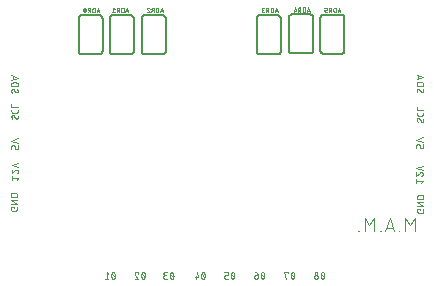
<source format=gbr>
G04 EAGLE Gerber RS-274X export*
G75*
%MOMM*%
%FSLAX34Y34*%
%LPD*%
%INSilkscreen Bottom*%
%IPPOS*%
%AMOC8*
5,1,8,0,0,1.08239X$1,22.5*%
G01*
%ADD10C,0.050800*%
%ADD11C,0.101600*%
%ADD12C,0.152400*%


D10*
X32800Y124154D02*
X34042Y125706D01*
X28454Y125706D01*
X28454Y124154D02*
X28454Y127258D01*
X32645Y132745D02*
X32718Y132743D01*
X32791Y132737D01*
X32864Y132728D01*
X32935Y132714D01*
X33007Y132697D01*
X33077Y132677D01*
X33146Y132652D01*
X33213Y132624D01*
X33279Y132593D01*
X33344Y132558D01*
X33406Y132520D01*
X33466Y132478D01*
X33524Y132434D01*
X33580Y132386D01*
X33633Y132336D01*
X33683Y132283D01*
X33731Y132227D01*
X33775Y132169D01*
X33817Y132109D01*
X33855Y132047D01*
X33890Y131982D01*
X33921Y131916D01*
X33949Y131849D01*
X33974Y131780D01*
X33994Y131710D01*
X34011Y131638D01*
X34025Y131567D01*
X34034Y131494D01*
X34040Y131421D01*
X34042Y131348D01*
X34040Y131264D01*
X34034Y131181D01*
X34025Y131098D01*
X34011Y131016D01*
X33994Y130934D01*
X33972Y130853D01*
X33947Y130773D01*
X33919Y130695D01*
X33887Y130617D01*
X33851Y130542D01*
X33812Y130468D01*
X33769Y130396D01*
X33723Y130326D01*
X33674Y130259D01*
X33621Y130193D01*
X33566Y130131D01*
X33508Y130071D01*
X33447Y130013D01*
X33384Y129959D01*
X33318Y129907D01*
X33250Y129859D01*
X33179Y129814D01*
X33107Y129772D01*
X33032Y129734D01*
X32956Y129699D01*
X32879Y129668D01*
X32800Y129640D01*
X31559Y132278D02*
X31612Y132332D01*
X31669Y132383D01*
X31728Y132431D01*
X31789Y132476D01*
X31852Y132517D01*
X31918Y132556D01*
X31985Y132591D01*
X32054Y132623D01*
X32125Y132651D01*
X32196Y132675D01*
X32269Y132696D01*
X32343Y132713D01*
X32418Y132727D01*
X32493Y132736D01*
X32569Y132742D01*
X32645Y132744D01*
X31558Y132279D02*
X28454Y129640D01*
X28454Y132745D01*
X28454Y136679D02*
X34042Y134816D01*
X34042Y138542D02*
X28454Y136679D01*
X375104Y121858D02*
X376346Y123411D01*
X370758Y123411D01*
X370758Y124963D02*
X370758Y121858D01*
X376346Y129052D02*
X376344Y129125D01*
X376338Y129198D01*
X376329Y129271D01*
X376315Y129342D01*
X376298Y129414D01*
X376278Y129484D01*
X376253Y129553D01*
X376225Y129620D01*
X376194Y129686D01*
X376159Y129751D01*
X376121Y129813D01*
X376079Y129873D01*
X376035Y129931D01*
X375987Y129987D01*
X375937Y130040D01*
X375884Y130090D01*
X375828Y130138D01*
X375770Y130182D01*
X375710Y130224D01*
X375648Y130262D01*
X375583Y130297D01*
X375517Y130328D01*
X375450Y130356D01*
X375381Y130381D01*
X375311Y130401D01*
X375239Y130418D01*
X375168Y130432D01*
X375095Y130441D01*
X375022Y130447D01*
X374949Y130449D01*
X376346Y129052D02*
X376344Y128968D01*
X376338Y128885D01*
X376329Y128802D01*
X376315Y128720D01*
X376298Y128638D01*
X376276Y128557D01*
X376251Y128477D01*
X376223Y128399D01*
X376191Y128321D01*
X376155Y128246D01*
X376116Y128172D01*
X376073Y128100D01*
X376027Y128030D01*
X375978Y127963D01*
X375925Y127897D01*
X375870Y127835D01*
X375812Y127775D01*
X375751Y127717D01*
X375688Y127663D01*
X375622Y127611D01*
X375554Y127563D01*
X375483Y127518D01*
X375411Y127476D01*
X375336Y127438D01*
X375260Y127403D01*
X375183Y127372D01*
X375104Y127344D01*
X373863Y129983D02*
X373916Y130037D01*
X373973Y130088D01*
X374032Y130136D01*
X374093Y130181D01*
X374156Y130222D01*
X374222Y130261D01*
X374289Y130296D01*
X374358Y130328D01*
X374429Y130356D01*
X374500Y130380D01*
X374573Y130401D01*
X374647Y130418D01*
X374722Y130432D01*
X374797Y130441D01*
X374873Y130447D01*
X374949Y130449D01*
X373862Y129984D02*
X370758Y127345D01*
X370758Y130449D01*
X370758Y134383D02*
X376346Y132521D01*
X376346Y136246D02*
X370758Y134383D01*
X374558Y99458D02*
X374558Y98527D01*
X374558Y99458D02*
X371454Y99458D01*
X371454Y97596D01*
X371456Y97526D01*
X371462Y97457D01*
X371472Y97388D01*
X371485Y97320D01*
X371503Y97252D01*
X371524Y97186D01*
X371549Y97121D01*
X371577Y97057D01*
X371609Y96995D01*
X371644Y96935D01*
X371683Y96877D01*
X371725Y96822D01*
X371770Y96768D01*
X371818Y96718D01*
X371868Y96670D01*
X371922Y96625D01*
X371977Y96583D01*
X372035Y96544D01*
X372095Y96509D01*
X372157Y96477D01*
X372221Y96449D01*
X372286Y96424D01*
X372352Y96403D01*
X372420Y96385D01*
X372488Y96372D01*
X372557Y96362D01*
X372626Y96356D01*
X372696Y96354D01*
X375800Y96354D01*
X375870Y96356D01*
X375939Y96362D01*
X376008Y96372D01*
X376076Y96385D01*
X376144Y96403D01*
X376210Y96424D01*
X376275Y96449D01*
X376339Y96477D01*
X376401Y96509D01*
X376461Y96544D01*
X376519Y96583D01*
X376574Y96625D01*
X376628Y96670D01*
X376678Y96718D01*
X376726Y96768D01*
X376771Y96822D01*
X376813Y96877D01*
X376852Y96935D01*
X376887Y96995D01*
X376919Y97057D01*
X376947Y97121D01*
X376972Y97186D01*
X376993Y97252D01*
X377011Y97320D01*
X377024Y97388D01*
X377034Y97457D01*
X377040Y97526D01*
X377042Y97596D01*
X377042Y99458D01*
X377042Y102206D02*
X371454Y102206D01*
X371454Y105311D02*
X377042Y102206D01*
X377042Y105311D02*
X371454Y105311D01*
X371454Y108058D02*
X377042Y108058D01*
X377042Y109610D01*
X377040Y109686D01*
X377035Y109762D01*
X377025Y109838D01*
X377012Y109913D01*
X376995Y109987D01*
X376975Y110061D01*
X376951Y110133D01*
X376924Y110204D01*
X376893Y110274D01*
X376859Y110342D01*
X376821Y110408D01*
X376780Y110472D01*
X376737Y110535D01*
X376690Y110595D01*
X376640Y110652D01*
X376587Y110707D01*
X376532Y110760D01*
X376475Y110810D01*
X376415Y110857D01*
X376352Y110900D01*
X376288Y110941D01*
X376222Y110979D01*
X376154Y111013D01*
X376084Y111044D01*
X376013Y111071D01*
X375940Y111095D01*
X375867Y111115D01*
X375793Y111132D01*
X375718Y111145D01*
X375642Y111155D01*
X375566Y111160D01*
X375490Y111162D01*
X375490Y111163D02*
X373006Y111163D01*
X373006Y111162D02*
X372927Y111160D01*
X372849Y111154D01*
X372771Y111144D01*
X372694Y111130D01*
X372617Y111112D01*
X372541Y111091D01*
X372467Y111065D01*
X372394Y111036D01*
X372323Y111003D01*
X372253Y110967D01*
X372185Y110927D01*
X372119Y110884D01*
X372056Y110837D01*
X371995Y110788D01*
X371937Y110735D01*
X371881Y110679D01*
X371828Y110621D01*
X371779Y110560D01*
X371732Y110497D01*
X371689Y110431D01*
X371649Y110363D01*
X371613Y110294D01*
X371580Y110222D01*
X371551Y110149D01*
X371525Y110075D01*
X371504Y109999D01*
X371486Y109922D01*
X371472Y109845D01*
X371462Y109767D01*
X371456Y109689D01*
X371454Y109610D01*
X371454Y108058D01*
X30662Y101142D02*
X30662Y100210D01*
X30662Y101142D02*
X27558Y101142D01*
X27558Y99279D01*
X27560Y99209D01*
X27566Y99140D01*
X27576Y99071D01*
X27589Y99003D01*
X27607Y98935D01*
X27628Y98869D01*
X27653Y98804D01*
X27681Y98740D01*
X27713Y98678D01*
X27748Y98618D01*
X27787Y98560D01*
X27829Y98505D01*
X27874Y98451D01*
X27922Y98401D01*
X27972Y98353D01*
X28026Y98308D01*
X28081Y98266D01*
X28139Y98227D01*
X28199Y98192D01*
X28261Y98160D01*
X28325Y98132D01*
X28390Y98107D01*
X28456Y98086D01*
X28524Y98068D01*
X28592Y98055D01*
X28661Y98045D01*
X28730Y98039D01*
X28800Y98037D01*
X31904Y98037D01*
X31974Y98039D01*
X32043Y98045D01*
X32112Y98055D01*
X32180Y98068D01*
X32248Y98086D01*
X32314Y98107D01*
X32379Y98132D01*
X32443Y98160D01*
X32505Y98192D01*
X32565Y98227D01*
X32623Y98266D01*
X32678Y98308D01*
X32732Y98353D01*
X32782Y98401D01*
X32830Y98451D01*
X32875Y98505D01*
X32917Y98560D01*
X32956Y98618D01*
X32991Y98678D01*
X33023Y98740D01*
X33051Y98804D01*
X33076Y98869D01*
X33097Y98935D01*
X33115Y99003D01*
X33128Y99071D01*
X33138Y99140D01*
X33144Y99209D01*
X33146Y99279D01*
X33146Y101142D01*
X33146Y103889D02*
X27558Y103889D01*
X27558Y106994D02*
X33146Y103889D01*
X33146Y106994D02*
X27558Y106994D01*
X27558Y109742D02*
X33146Y109742D01*
X33146Y111294D01*
X33144Y111370D01*
X33139Y111446D01*
X33129Y111522D01*
X33116Y111597D01*
X33099Y111671D01*
X33079Y111745D01*
X33055Y111817D01*
X33028Y111888D01*
X32997Y111958D01*
X32963Y112026D01*
X32925Y112092D01*
X32884Y112156D01*
X32841Y112219D01*
X32794Y112279D01*
X32744Y112336D01*
X32691Y112391D01*
X32636Y112444D01*
X32579Y112494D01*
X32519Y112541D01*
X32456Y112584D01*
X32392Y112625D01*
X32326Y112663D01*
X32258Y112697D01*
X32188Y112728D01*
X32117Y112755D01*
X32044Y112779D01*
X31971Y112799D01*
X31897Y112816D01*
X31822Y112829D01*
X31746Y112839D01*
X31670Y112844D01*
X31594Y112846D01*
X29110Y112846D01*
X29031Y112844D01*
X28953Y112838D01*
X28875Y112828D01*
X28798Y112814D01*
X28721Y112796D01*
X28645Y112775D01*
X28571Y112749D01*
X28498Y112720D01*
X28427Y112687D01*
X28357Y112651D01*
X28289Y112611D01*
X28223Y112568D01*
X28160Y112521D01*
X28099Y112472D01*
X28041Y112419D01*
X27985Y112363D01*
X27932Y112305D01*
X27883Y112244D01*
X27836Y112181D01*
X27793Y112115D01*
X27753Y112047D01*
X27717Y111978D01*
X27684Y111906D01*
X27655Y111833D01*
X27629Y111759D01*
X27608Y111683D01*
X27590Y111606D01*
X27576Y111529D01*
X27566Y111451D01*
X27560Y111373D01*
X27558Y111294D01*
X27558Y109742D01*
X27954Y150254D02*
X27954Y152117D01*
X27956Y152187D01*
X27962Y152256D01*
X27972Y152325D01*
X27985Y152393D01*
X28003Y152461D01*
X28024Y152527D01*
X28049Y152592D01*
X28077Y152656D01*
X28109Y152718D01*
X28144Y152778D01*
X28183Y152836D01*
X28225Y152891D01*
X28270Y152945D01*
X28318Y152995D01*
X28368Y153043D01*
X28422Y153088D01*
X28477Y153130D01*
X28535Y153169D01*
X28595Y153204D01*
X28657Y153236D01*
X28721Y153264D01*
X28786Y153289D01*
X28852Y153310D01*
X28920Y153328D01*
X28988Y153341D01*
X29057Y153351D01*
X29126Y153357D01*
X29196Y153359D01*
X29196Y153358D02*
X29817Y153358D01*
X29817Y153359D02*
X29887Y153357D01*
X29956Y153351D01*
X30025Y153341D01*
X30093Y153328D01*
X30161Y153310D01*
X30227Y153289D01*
X30292Y153264D01*
X30356Y153236D01*
X30418Y153204D01*
X30478Y153169D01*
X30536Y153130D01*
X30591Y153088D01*
X30645Y153043D01*
X30695Y152995D01*
X30743Y152945D01*
X30788Y152891D01*
X30830Y152836D01*
X30869Y152778D01*
X30904Y152718D01*
X30936Y152656D01*
X30964Y152592D01*
X30989Y152527D01*
X31010Y152461D01*
X31028Y152393D01*
X31041Y152325D01*
X31051Y152256D01*
X31057Y152187D01*
X31059Y152117D01*
X31058Y152117D02*
X31058Y150254D01*
X33542Y150254D01*
X33542Y153358D01*
X33542Y155430D02*
X27954Y157293D01*
X33542Y159155D01*
X370758Y153007D02*
X370758Y151145D01*
X370758Y153007D02*
X370760Y153077D01*
X370766Y153146D01*
X370776Y153215D01*
X370789Y153283D01*
X370807Y153351D01*
X370828Y153417D01*
X370853Y153482D01*
X370881Y153546D01*
X370913Y153608D01*
X370948Y153668D01*
X370987Y153726D01*
X371029Y153781D01*
X371074Y153835D01*
X371122Y153885D01*
X371172Y153933D01*
X371226Y153978D01*
X371281Y154020D01*
X371339Y154059D01*
X371399Y154094D01*
X371461Y154126D01*
X371525Y154154D01*
X371590Y154179D01*
X371656Y154200D01*
X371724Y154218D01*
X371792Y154231D01*
X371861Y154241D01*
X371930Y154247D01*
X372000Y154249D01*
X372621Y154249D01*
X372691Y154247D01*
X372760Y154241D01*
X372829Y154231D01*
X372897Y154218D01*
X372965Y154200D01*
X373031Y154179D01*
X373096Y154154D01*
X373160Y154126D01*
X373222Y154094D01*
X373282Y154059D01*
X373340Y154020D01*
X373395Y153978D01*
X373449Y153933D01*
X373499Y153885D01*
X373547Y153835D01*
X373592Y153781D01*
X373634Y153726D01*
X373673Y153668D01*
X373708Y153608D01*
X373740Y153546D01*
X373768Y153482D01*
X373793Y153417D01*
X373814Y153351D01*
X373832Y153283D01*
X373845Y153215D01*
X373855Y153146D01*
X373861Y153077D01*
X373863Y153007D01*
X373862Y153007D02*
X373862Y151145D01*
X376346Y151145D01*
X376346Y154249D01*
X376346Y156321D02*
X370758Y158183D01*
X376346Y160046D01*
X371454Y175117D02*
X371456Y175187D01*
X371462Y175256D01*
X371472Y175325D01*
X371485Y175393D01*
X371503Y175461D01*
X371524Y175527D01*
X371549Y175592D01*
X371577Y175656D01*
X371609Y175718D01*
X371644Y175778D01*
X371683Y175836D01*
X371725Y175891D01*
X371770Y175945D01*
X371818Y175995D01*
X371868Y176043D01*
X371922Y176088D01*
X371977Y176130D01*
X372035Y176169D01*
X372095Y176204D01*
X372157Y176236D01*
X372221Y176264D01*
X372286Y176289D01*
X372352Y176310D01*
X372420Y176328D01*
X372488Y176341D01*
X372557Y176351D01*
X372626Y176357D01*
X372696Y176359D01*
X371454Y175117D02*
X371456Y175018D01*
X371461Y174920D01*
X371471Y174822D01*
X371484Y174724D01*
X371500Y174627D01*
X371520Y174530D01*
X371544Y174435D01*
X371572Y174340D01*
X371603Y174246D01*
X371637Y174154D01*
X371675Y174063D01*
X371716Y173973D01*
X371761Y173885D01*
X371809Y173799D01*
X371860Y173715D01*
X371914Y173633D01*
X371972Y173552D01*
X372032Y173474D01*
X372095Y173399D01*
X372161Y173325D01*
X372230Y173255D01*
X375800Y173409D02*
X375870Y173411D01*
X375939Y173417D01*
X376008Y173427D01*
X376076Y173440D01*
X376144Y173458D01*
X376210Y173479D01*
X376275Y173504D01*
X376339Y173532D01*
X376401Y173564D01*
X376461Y173599D01*
X376519Y173638D01*
X376574Y173680D01*
X376628Y173725D01*
X376678Y173773D01*
X376726Y173823D01*
X376771Y173877D01*
X376813Y173932D01*
X376852Y173990D01*
X376887Y174050D01*
X376919Y174112D01*
X376947Y174176D01*
X376972Y174241D01*
X376993Y174307D01*
X377011Y174375D01*
X377024Y174443D01*
X377034Y174512D01*
X377040Y174581D01*
X377042Y174651D01*
X377040Y174745D01*
X377034Y174838D01*
X377025Y174931D01*
X377012Y175024D01*
X376995Y175116D01*
X376975Y175207D01*
X376950Y175298D01*
X376923Y175387D01*
X376891Y175475D01*
X376856Y175562D01*
X376818Y175648D01*
X376776Y175731D01*
X376731Y175813D01*
X376683Y175894D01*
X376631Y175972D01*
X376576Y176048D01*
X374714Y174030D02*
X374750Y173971D01*
X374790Y173915D01*
X374833Y173861D01*
X374878Y173809D01*
X374927Y173760D01*
X374978Y173714D01*
X375031Y173671D01*
X375087Y173630D01*
X375145Y173593D01*
X375205Y173558D01*
X375266Y173528D01*
X375329Y173500D01*
X375394Y173476D01*
X375460Y173456D01*
X375527Y173439D01*
X375594Y173426D01*
X375662Y173417D01*
X375731Y173411D01*
X375800Y173409D01*
X373782Y175737D02*
X373746Y175796D01*
X373706Y175852D01*
X373663Y175906D01*
X373618Y175958D01*
X373569Y176007D01*
X373518Y176053D01*
X373465Y176096D01*
X373409Y176137D01*
X373351Y176174D01*
X373291Y176209D01*
X373230Y176239D01*
X373167Y176267D01*
X373102Y176291D01*
X373036Y176311D01*
X372969Y176328D01*
X372902Y176341D01*
X372834Y176350D01*
X372765Y176356D01*
X372696Y176358D01*
X373782Y175738D02*
X374714Y174030D01*
X371454Y179783D02*
X371454Y181025D01*
X371454Y179783D02*
X371456Y179713D01*
X371462Y179644D01*
X371472Y179575D01*
X371485Y179507D01*
X371503Y179439D01*
X371524Y179373D01*
X371549Y179308D01*
X371577Y179244D01*
X371609Y179182D01*
X371644Y179122D01*
X371683Y179064D01*
X371725Y179009D01*
X371770Y178955D01*
X371818Y178905D01*
X371868Y178857D01*
X371922Y178812D01*
X371977Y178770D01*
X372035Y178731D01*
X372095Y178696D01*
X372157Y178664D01*
X372221Y178636D01*
X372286Y178611D01*
X372352Y178590D01*
X372420Y178572D01*
X372488Y178559D01*
X372557Y178549D01*
X372626Y178543D01*
X372696Y178541D01*
X375800Y178541D01*
X375870Y178543D01*
X375939Y178549D01*
X376008Y178559D01*
X376076Y178572D01*
X376144Y178590D01*
X376210Y178611D01*
X376275Y178636D01*
X376339Y178664D01*
X376401Y178696D01*
X376461Y178731D01*
X376519Y178770D01*
X376574Y178812D01*
X376628Y178857D01*
X376678Y178905D01*
X376726Y178955D01*
X376771Y179009D01*
X376813Y179064D01*
X376852Y179122D01*
X376887Y179182D01*
X376919Y179244D01*
X376947Y179308D01*
X376972Y179373D01*
X376993Y179439D01*
X377011Y179507D01*
X377024Y179575D01*
X377034Y179644D01*
X377040Y179713D01*
X377042Y179783D01*
X377042Y181025D01*
X377042Y183323D02*
X371454Y183323D01*
X371454Y185807D01*
X29500Y178798D02*
X29430Y178796D01*
X29361Y178790D01*
X29292Y178780D01*
X29224Y178767D01*
X29156Y178749D01*
X29090Y178728D01*
X29025Y178703D01*
X28961Y178675D01*
X28899Y178643D01*
X28839Y178608D01*
X28781Y178569D01*
X28726Y178527D01*
X28672Y178482D01*
X28622Y178434D01*
X28574Y178384D01*
X28529Y178330D01*
X28487Y178275D01*
X28448Y178217D01*
X28413Y178157D01*
X28381Y178095D01*
X28353Y178031D01*
X28328Y177966D01*
X28307Y177900D01*
X28289Y177832D01*
X28276Y177764D01*
X28266Y177695D01*
X28260Y177626D01*
X28258Y177556D01*
X28260Y177457D01*
X28265Y177359D01*
X28275Y177261D01*
X28288Y177163D01*
X28304Y177066D01*
X28324Y176969D01*
X28348Y176874D01*
X28376Y176779D01*
X28407Y176685D01*
X28441Y176593D01*
X28479Y176502D01*
X28520Y176412D01*
X28565Y176324D01*
X28613Y176238D01*
X28664Y176154D01*
X28718Y176072D01*
X28776Y175991D01*
X28836Y175913D01*
X28899Y175838D01*
X28965Y175764D01*
X29034Y175694D01*
X32604Y175848D02*
X32674Y175850D01*
X32743Y175856D01*
X32812Y175866D01*
X32880Y175879D01*
X32948Y175897D01*
X33014Y175918D01*
X33079Y175943D01*
X33143Y175971D01*
X33205Y176003D01*
X33265Y176038D01*
X33323Y176077D01*
X33378Y176119D01*
X33432Y176164D01*
X33482Y176212D01*
X33530Y176262D01*
X33575Y176316D01*
X33617Y176371D01*
X33656Y176429D01*
X33691Y176489D01*
X33723Y176551D01*
X33751Y176615D01*
X33776Y176680D01*
X33797Y176746D01*
X33815Y176814D01*
X33828Y176882D01*
X33838Y176951D01*
X33844Y177020D01*
X33846Y177090D01*
X33844Y177184D01*
X33838Y177277D01*
X33829Y177370D01*
X33816Y177463D01*
X33799Y177555D01*
X33779Y177646D01*
X33754Y177737D01*
X33727Y177826D01*
X33695Y177914D01*
X33660Y178001D01*
X33622Y178087D01*
X33580Y178170D01*
X33535Y178252D01*
X33487Y178333D01*
X33435Y178411D01*
X33380Y178487D01*
X31518Y176470D02*
X31554Y176411D01*
X31594Y176355D01*
X31637Y176301D01*
X31682Y176249D01*
X31731Y176200D01*
X31782Y176154D01*
X31835Y176111D01*
X31891Y176070D01*
X31949Y176033D01*
X32009Y175998D01*
X32070Y175968D01*
X32133Y175940D01*
X32198Y175916D01*
X32264Y175896D01*
X32331Y175879D01*
X32398Y175866D01*
X32466Y175857D01*
X32535Y175851D01*
X32604Y175849D01*
X30586Y178176D02*
X30550Y178235D01*
X30510Y178291D01*
X30467Y178345D01*
X30422Y178397D01*
X30373Y178446D01*
X30322Y178492D01*
X30269Y178535D01*
X30213Y178576D01*
X30155Y178613D01*
X30095Y178648D01*
X30034Y178678D01*
X29971Y178706D01*
X29906Y178730D01*
X29840Y178750D01*
X29773Y178767D01*
X29706Y178780D01*
X29638Y178789D01*
X29569Y178795D01*
X29500Y178797D01*
X30586Y178177D02*
X31518Y176469D01*
X28258Y182222D02*
X28258Y183464D01*
X28258Y182222D02*
X28260Y182152D01*
X28266Y182083D01*
X28276Y182014D01*
X28289Y181946D01*
X28307Y181878D01*
X28328Y181812D01*
X28353Y181747D01*
X28381Y181683D01*
X28413Y181621D01*
X28448Y181561D01*
X28487Y181503D01*
X28529Y181448D01*
X28574Y181394D01*
X28622Y181344D01*
X28672Y181296D01*
X28726Y181251D01*
X28781Y181209D01*
X28839Y181170D01*
X28899Y181135D01*
X28961Y181103D01*
X29025Y181075D01*
X29090Y181050D01*
X29156Y181029D01*
X29224Y181011D01*
X29292Y180998D01*
X29361Y180988D01*
X29430Y180982D01*
X29500Y180980D01*
X32604Y180980D01*
X32674Y180982D01*
X32743Y180988D01*
X32812Y180998D01*
X32880Y181011D01*
X32948Y181029D01*
X33014Y181050D01*
X33079Y181075D01*
X33143Y181103D01*
X33205Y181135D01*
X33265Y181170D01*
X33323Y181209D01*
X33378Y181251D01*
X33432Y181296D01*
X33482Y181344D01*
X33530Y181394D01*
X33575Y181448D01*
X33617Y181503D01*
X33656Y181561D01*
X33691Y181621D01*
X33723Y181683D01*
X33751Y181747D01*
X33776Y181812D01*
X33797Y181878D01*
X33815Y181946D01*
X33828Y182014D01*
X33838Y182083D01*
X33844Y182152D01*
X33846Y182222D01*
X33846Y183464D01*
X33846Y185762D02*
X28258Y185762D01*
X28258Y188246D01*
X28054Y199817D02*
X28056Y199887D01*
X28062Y199956D01*
X28072Y200025D01*
X28085Y200093D01*
X28103Y200161D01*
X28124Y200227D01*
X28149Y200292D01*
X28177Y200356D01*
X28209Y200418D01*
X28244Y200478D01*
X28283Y200536D01*
X28325Y200591D01*
X28370Y200645D01*
X28418Y200695D01*
X28468Y200743D01*
X28522Y200788D01*
X28577Y200830D01*
X28635Y200869D01*
X28695Y200904D01*
X28757Y200936D01*
X28821Y200964D01*
X28886Y200989D01*
X28952Y201010D01*
X29020Y201028D01*
X29088Y201041D01*
X29157Y201051D01*
X29226Y201057D01*
X29296Y201059D01*
X28054Y199817D02*
X28056Y199718D01*
X28061Y199620D01*
X28071Y199522D01*
X28084Y199424D01*
X28100Y199327D01*
X28120Y199230D01*
X28144Y199135D01*
X28172Y199040D01*
X28203Y198946D01*
X28237Y198854D01*
X28275Y198763D01*
X28316Y198673D01*
X28361Y198585D01*
X28409Y198499D01*
X28460Y198415D01*
X28514Y198333D01*
X28572Y198252D01*
X28632Y198174D01*
X28695Y198099D01*
X28761Y198025D01*
X28830Y197955D01*
X32400Y198109D02*
X32470Y198111D01*
X32539Y198117D01*
X32608Y198127D01*
X32676Y198140D01*
X32744Y198158D01*
X32810Y198179D01*
X32875Y198204D01*
X32939Y198232D01*
X33001Y198264D01*
X33061Y198299D01*
X33119Y198338D01*
X33174Y198380D01*
X33228Y198425D01*
X33278Y198473D01*
X33326Y198523D01*
X33371Y198577D01*
X33413Y198632D01*
X33452Y198690D01*
X33487Y198750D01*
X33519Y198812D01*
X33547Y198876D01*
X33572Y198941D01*
X33593Y199007D01*
X33611Y199075D01*
X33624Y199143D01*
X33634Y199212D01*
X33640Y199281D01*
X33642Y199351D01*
X33640Y199445D01*
X33634Y199538D01*
X33625Y199631D01*
X33612Y199724D01*
X33595Y199816D01*
X33575Y199907D01*
X33550Y199998D01*
X33523Y200087D01*
X33491Y200175D01*
X33456Y200262D01*
X33418Y200348D01*
X33376Y200431D01*
X33331Y200513D01*
X33283Y200594D01*
X33231Y200672D01*
X33176Y200748D01*
X31314Y198730D02*
X31350Y198671D01*
X31390Y198615D01*
X31433Y198561D01*
X31478Y198509D01*
X31527Y198460D01*
X31578Y198414D01*
X31631Y198371D01*
X31687Y198330D01*
X31745Y198293D01*
X31805Y198258D01*
X31866Y198228D01*
X31929Y198200D01*
X31994Y198176D01*
X32060Y198156D01*
X32127Y198139D01*
X32194Y198126D01*
X32262Y198117D01*
X32331Y198111D01*
X32400Y198109D01*
X30382Y200437D02*
X30346Y200496D01*
X30306Y200552D01*
X30263Y200606D01*
X30218Y200658D01*
X30169Y200707D01*
X30118Y200753D01*
X30065Y200796D01*
X30009Y200837D01*
X29951Y200874D01*
X29891Y200909D01*
X29830Y200939D01*
X29767Y200967D01*
X29702Y200991D01*
X29636Y201011D01*
X29569Y201028D01*
X29502Y201041D01*
X29434Y201050D01*
X29365Y201056D01*
X29296Y201058D01*
X30382Y200438D02*
X31314Y198730D01*
X33642Y203440D02*
X28054Y203440D01*
X33642Y203440D02*
X33642Y204993D01*
X33640Y205069D01*
X33635Y205145D01*
X33625Y205221D01*
X33612Y205296D01*
X33595Y205370D01*
X33575Y205444D01*
X33551Y205516D01*
X33524Y205587D01*
X33493Y205657D01*
X33459Y205725D01*
X33421Y205791D01*
X33380Y205855D01*
X33337Y205918D01*
X33290Y205978D01*
X33240Y206035D01*
X33187Y206090D01*
X33132Y206143D01*
X33075Y206193D01*
X33015Y206240D01*
X32952Y206283D01*
X32888Y206324D01*
X32822Y206362D01*
X32754Y206396D01*
X32684Y206427D01*
X32613Y206454D01*
X32540Y206478D01*
X32467Y206498D01*
X32393Y206515D01*
X32318Y206528D01*
X32242Y206538D01*
X32166Y206543D01*
X32090Y206545D01*
X29606Y206545D01*
X29527Y206543D01*
X29449Y206537D01*
X29371Y206527D01*
X29294Y206513D01*
X29217Y206495D01*
X29141Y206474D01*
X29067Y206448D01*
X28994Y206419D01*
X28923Y206386D01*
X28853Y206350D01*
X28785Y206310D01*
X28719Y206267D01*
X28656Y206220D01*
X28595Y206171D01*
X28537Y206118D01*
X28481Y206062D01*
X28428Y206004D01*
X28379Y205943D01*
X28332Y205880D01*
X28289Y205814D01*
X28249Y205746D01*
X28213Y205677D01*
X28180Y205605D01*
X28151Y205532D01*
X28125Y205458D01*
X28104Y205382D01*
X28086Y205305D01*
X28072Y205228D01*
X28062Y205150D01*
X28056Y205072D01*
X28054Y204993D01*
X28054Y203440D01*
X28054Y208799D02*
X33642Y210662D01*
X28054Y212525D01*
X29451Y212059D02*
X29451Y209265D01*
X371254Y200117D02*
X371256Y200187D01*
X371262Y200256D01*
X371272Y200325D01*
X371285Y200393D01*
X371303Y200461D01*
X371324Y200527D01*
X371349Y200592D01*
X371377Y200656D01*
X371409Y200718D01*
X371444Y200778D01*
X371483Y200836D01*
X371525Y200891D01*
X371570Y200945D01*
X371618Y200995D01*
X371668Y201043D01*
X371722Y201088D01*
X371777Y201130D01*
X371835Y201169D01*
X371895Y201204D01*
X371957Y201236D01*
X372021Y201264D01*
X372086Y201289D01*
X372152Y201310D01*
X372220Y201328D01*
X372288Y201341D01*
X372357Y201351D01*
X372426Y201357D01*
X372496Y201359D01*
X371254Y200117D02*
X371256Y200018D01*
X371261Y199920D01*
X371271Y199822D01*
X371284Y199724D01*
X371300Y199627D01*
X371320Y199530D01*
X371344Y199435D01*
X371372Y199340D01*
X371403Y199246D01*
X371437Y199154D01*
X371475Y199063D01*
X371516Y198973D01*
X371561Y198885D01*
X371609Y198799D01*
X371660Y198715D01*
X371714Y198633D01*
X371772Y198552D01*
X371832Y198474D01*
X371895Y198399D01*
X371961Y198325D01*
X372030Y198255D01*
X375600Y198409D02*
X375670Y198411D01*
X375739Y198417D01*
X375808Y198427D01*
X375876Y198440D01*
X375944Y198458D01*
X376010Y198479D01*
X376075Y198504D01*
X376139Y198532D01*
X376201Y198564D01*
X376261Y198599D01*
X376319Y198638D01*
X376374Y198680D01*
X376428Y198725D01*
X376478Y198773D01*
X376526Y198823D01*
X376571Y198877D01*
X376613Y198932D01*
X376652Y198990D01*
X376687Y199050D01*
X376719Y199112D01*
X376747Y199176D01*
X376772Y199241D01*
X376793Y199307D01*
X376811Y199375D01*
X376824Y199443D01*
X376834Y199512D01*
X376840Y199581D01*
X376842Y199651D01*
X376840Y199745D01*
X376834Y199838D01*
X376825Y199931D01*
X376812Y200024D01*
X376795Y200116D01*
X376775Y200207D01*
X376750Y200298D01*
X376723Y200387D01*
X376691Y200475D01*
X376656Y200562D01*
X376618Y200648D01*
X376576Y200731D01*
X376531Y200813D01*
X376483Y200894D01*
X376431Y200972D01*
X376376Y201048D01*
X374514Y199030D02*
X374550Y198971D01*
X374590Y198915D01*
X374633Y198861D01*
X374678Y198809D01*
X374727Y198760D01*
X374778Y198714D01*
X374831Y198671D01*
X374887Y198630D01*
X374945Y198593D01*
X375005Y198558D01*
X375066Y198528D01*
X375129Y198500D01*
X375194Y198476D01*
X375260Y198456D01*
X375327Y198439D01*
X375394Y198426D01*
X375462Y198417D01*
X375531Y198411D01*
X375600Y198409D01*
X373582Y200737D02*
X373546Y200796D01*
X373506Y200852D01*
X373463Y200906D01*
X373418Y200958D01*
X373369Y201007D01*
X373318Y201053D01*
X373265Y201096D01*
X373209Y201137D01*
X373151Y201174D01*
X373091Y201209D01*
X373030Y201239D01*
X372967Y201267D01*
X372902Y201291D01*
X372836Y201311D01*
X372769Y201328D01*
X372702Y201341D01*
X372634Y201350D01*
X372565Y201356D01*
X372496Y201358D01*
X373582Y200738D02*
X374514Y199030D01*
X376842Y203740D02*
X371254Y203740D01*
X376842Y203740D02*
X376842Y205293D01*
X376840Y205369D01*
X376835Y205445D01*
X376825Y205521D01*
X376812Y205596D01*
X376795Y205670D01*
X376775Y205744D01*
X376751Y205816D01*
X376724Y205887D01*
X376693Y205957D01*
X376659Y206025D01*
X376621Y206091D01*
X376580Y206155D01*
X376537Y206218D01*
X376490Y206278D01*
X376440Y206335D01*
X376387Y206390D01*
X376332Y206443D01*
X376275Y206493D01*
X376215Y206540D01*
X376152Y206583D01*
X376088Y206624D01*
X376022Y206662D01*
X375954Y206696D01*
X375884Y206727D01*
X375813Y206754D01*
X375740Y206778D01*
X375667Y206798D01*
X375593Y206815D01*
X375518Y206828D01*
X375442Y206838D01*
X375366Y206843D01*
X375290Y206845D01*
X372806Y206845D01*
X372727Y206843D01*
X372649Y206837D01*
X372571Y206827D01*
X372494Y206813D01*
X372417Y206795D01*
X372341Y206774D01*
X372267Y206748D01*
X372194Y206719D01*
X372123Y206686D01*
X372053Y206650D01*
X371985Y206610D01*
X371919Y206567D01*
X371856Y206520D01*
X371795Y206471D01*
X371737Y206418D01*
X371681Y206362D01*
X371628Y206304D01*
X371579Y206243D01*
X371532Y206180D01*
X371489Y206114D01*
X371449Y206046D01*
X371413Y205977D01*
X371380Y205905D01*
X371351Y205832D01*
X371325Y205758D01*
X371304Y205682D01*
X371286Y205605D01*
X371272Y205528D01*
X371262Y205450D01*
X371256Y205372D01*
X371254Y205293D01*
X371254Y203740D01*
X371254Y209099D02*
X376842Y210962D01*
X371254Y212825D01*
X372651Y212359D02*
X372651Y209565D01*
X115380Y45066D02*
X115436Y44948D01*
X115488Y44828D01*
X115537Y44707D01*
X115582Y44585D01*
X115624Y44461D01*
X115662Y44336D01*
X115697Y44210D01*
X115728Y44083D01*
X115756Y43956D01*
X115780Y43828D01*
X115800Y43699D01*
X115816Y43569D01*
X115829Y43439D01*
X115839Y43309D01*
X115844Y43179D01*
X115846Y43048D01*
X115381Y45066D02*
X115358Y45126D01*
X115332Y45186D01*
X115303Y45243D01*
X115270Y45299D01*
X115234Y45353D01*
X115196Y45405D01*
X115154Y45455D01*
X115110Y45502D01*
X115063Y45547D01*
X115013Y45589D01*
X114962Y45628D01*
X114908Y45664D01*
X114852Y45697D01*
X114795Y45727D01*
X114736Y45754D01*
X114675Y45777D01*
X114614Y45797D01*
X114551Y45813D01*
X114487Y45826D01*
X114423Y45835D01*
X114359Y45840D01*
X114294Y45842D01*
X114229Y45840D01*
X114165Y45835D01*
X114101Y45826D01*
X114037Y45813D01*
X113974Y45797D01*
X113913Y45777D01*
X113852Y45754D01*
X113793Y45727D01*
X113736Y45697D01*
X113680Y45664D01*
X113626Y45628D01*
X113575Y45589D01*
X113525Y45547D01*
X113478Y45502D01*
X113434Y45455D01*
X113392Y45405D01*
X113354Y45353D01*
X113318Y45299D01*
X113285Y45243D01*
X113256Y45186D01*
X113230Y45126D01*
X113207Y45066D01*
X113151Y44948D01*
X113099Y44828D01*
X113050Y44707D01*
X113005Y44585D01*
X112963Y44461D01*
X112925Y44336D01*
X112890Y44210D01*
X112859Y44084D01*
X112831Y43956D01*
X112807Y43828D01*
X112787Y43699D01*
X112771Y43569D01*
X112758Y43439D01*
X112748Y43309D01*
X112743Y43179D01*
X112741Y43048D01*
X115846Y43048D02*
X115844Y42917D01*
X115839Y42787D01*
X115829Y42657D01*
X115816Y42527D01*
X115800Y42397D01*
X115780Y42269D01*
X115756Y42140D01*
X115728Y42013D01*
X115697Y41886D01*
X115662Y41760D01*
X115624Y41635D01*
X115582Y41512D01*
X115537Y41389D01*
X115488Y41268D01*
X115436Y41148D01*
X115380Y41030D01*
X115381Y41030D02*
X115358Y40970D01*
X115332Y40910D01*
X115303Y40853D01*
X115270Y40797D01*
X115234Y40743D01*
X115196Y40691D01*
X115154Y40641D01*
X115110Y40594D01*
X115063Y40549D01*
X115013Y40507D01*
X114962Y40468D01*
X114908Y40432D01*
X114852Y40399D01*
X114795Y40369D01*
X114736Y40342D01*
X114675Y40319D01*
X114614Y40299D01*
X114551Y40283D01*
X114487Y40270D01*
X114423Y40261D01*
X114359Y40256D01*
X114294Y40254D01*
X113207Y41030D02*
X113151Y41148D01*
X113099Y41268D01*
X113050Y41389D01*
X113005Y41511D01*
X112963Y41635D01*
X112925Y41760D01*
X112890Y41886D01*
X112859Y42012D01*
X112831Y42140D01*
X112807Y42268D01*
X112787Y42397D01*
X112771Y42527D01*
X112758Y42657D01*
X112748Y42787D01*
X112743Y42917D01*
X112741Y43048D01*
X113207Y41030D02*
X113230Y40970D01*
X113256Y40910D01*
X113285Y40853D01*
X113318Y40797D01*
X113354Y40743D01*
X113392Y40691D01*
X113434Y40641D01*
X113478Y40594D01*
X113525Y40549D01*
X113575Y40507D01*
X113626Y40468D01*
X113680Y40432D01*
X113736Y40399D01*
X113793Y40369D01*
X113852Y40342D01*
X113913Y40319D01*
X113974Y40299D01*
X114037Y40283D01*
X114101Y40270D01*
X114165Y40261D01*
X114229Y40256D01*
X114294Y40254D01*
X115536Y41496D02*
X113052Y44600D01*
X110360Y44600D02*
X108807Y45842D01*
X108807Y40254D01*
X107255Y40254D02*
X110360Y40254D01*
X140780Y45266D02*
X140836Y45148D01*
X140888Y45028D01*
X140937Y44907D01*
X140982Y44785D01*
X141024Y44661D01*
X141062Y44536D01*
X141097Y44410D01*
X141128Y44283D01*
X141156Y44156D01*
X141180Y44028D01*
X141200Y43899D01*
X141216Y43769D01*
X141229Y43639D01*
X141239Y43509D01*
X141244Y43379D01*
X141246Y43248D01*
X140781Y45266D02*
X140758Y45326D01*
X140732Y45386D01*
X140703Y45443D01*
X140670Y45499D01*
X140634Y45553D01*
X140596Y45605D01*
X140554Y45655D01*
X140510Y45702D01*
X140463Y45747D01*
X140413Y45789D01*
X140362Y45828D01*
X140308Y45864D01*
X140252Y45897D01*
X140195Y45927D01*
X140136Y45954D01*
X140075Y45977D01*
X140014Y45997D01*
X139951Y46013D01*
X139887Y46026D01*
X139823Y46035D01*
X139759Y46040D01*
X139694Y46042D01*
X139629Y46040D01*
X139565Y46035D01*
X139501Y46026D01*
X139437Y46013D01*
X139374Y45997D01*
X139313Y45977D01*
X139252Y45954D01*
X139193Y45927D01*
X139136Y45897D01*
X139080Y45864D01*
X139026Y45828D01*
X138975Y45789D01*
X138925Y45747D01*
X138878Y45702D01*
X138834Y45655D01*
X138792Y45605D01*
X138754Y45553D01*
X138718Y45499D01*
X138685Y45443D01*
X138656Y45386D01*
X138630Y45326D01*
X138607Y45266D01*
X138551Y45148D01*
X138499Y45028D01*
X138450Y44907D01*
X138405Y44785D01*
X138363Y44661D01*
X138325Y44536D01*
X138290Y44410D01*
X138259Y44284D01*
X138231Y44156D01*
X138207Y44028D01*
X138187Y43899D01*
X138171Y43769D01*
X138158Y43639D01*
X138148Y43509D01*
X138143Y43379D01*
X138141Y43248D01*
X141246Y43248D02*
X141244Y43117D01*
X141239Y42987D01*
X141229Y42857D01*
X141216Y42727D01*
X141200Y42597D01*
X141180Y42469D01*
X141156Y42340D01*
X141128Y42213D01*
X141097Y42086D01*
X141062Y41960D01*
X141024Y41835D01*
X140982Y41712D01*
X140937Y41589D01*
X140888Y41468D01*
X140836Y41348D01*
X140780Y41230D01*
X140781Y41230D02*
X140758Y41170D01*
X140732Y41110D01*
X140703Y41053D01*
X140670Y40997D01*
X140634Y40943D01*
X140596Y40891D01*
X140554Y40841D01*
X140510Y40794D01*
X140463Y40749D01*
X140413Y40707D01*
X140362Y40668D01*
X140308Y40632D01*
X140252Y40599D01*
X140195Y40569D01*
X140136Y40542D01*
X140075Y40519D01*
X140014Y40499D01*
X139951Y40483D01*
X139887Y40470D01*
X139823Y40461D01*
X139759Y40456D01*
X139694Y40454D01*
X138607Y41230D02*
X138551Y41348D01*
X138499Y41468D01*
X138450Y41589D01*
X138405Y41711D01*
X138363Y41835D01*
X138325Y41960D01*
X138290Y42086D01*
X138259Y42212D01*
X138231Y42340D01*
X138207Y42468D01*
X138187Y42597D01*
X138171Y42727D01*
X138158Y42857D01*
X138148Y42987D01*
X138143Y43117D01*
X138141Y43248D01*
X138607Y41230D02*
X138630Y41170D01*
X138656Y41110D01*
X138685Y41053D01*
X138718Y40997D01*
X138754Y40943D01*
X138792Y40891D01*
X138834Y40841D01*
X138878Y40794D01*
X138925Y40749D01*
X138975Y40707D01*
X139026Y40668D01*
X139080Y40632D01*
X139136Y40599D01*
X139193Y40569D01*
X139252Y40542D01*
X139313Y40519D01*
X139374Y40499D01*
X139437Y40483D01*
X139501Y40470D01*
X139565Y40461D01*
X139629Y40456D01*
X139694Y40454D01*
X140936Y41696D02*
X138452Y44800D01*
X134052Y46042D02*
X133979Y46040D01*
X133906Y46034D01*
X133833Y46025D01*
X133762Y46011D01*
X133690Y45994D01*
X133620Y45974D01*
X133551Y45949D01*
X133484Y45921D01*
X133418Y45890D01*
X133354Y45855D01*
X133291Y45817D01*
X133231Y45775D01*
X133173Y45731D01*
X133117Y45683D01*
X133064Y45633D01*
X133014Y45580D01*
X132966Y45524D01*
X132922Y45466D01*
X132880Y45406D01*
X132842Y45344D01*
X132807Y45279D01*
X132776Y45213D01*
X132748Y45146D01*
X132723Y45077D01*
X132703Y45007D01*
X132686Y44935D01*
X132672Y44864D01*
X132663Y44791D01*
X132657Y44718D01*
X132655Y44645D01*
X134052Y46042D02*
X134136Y46040D01*
X134219Y46034D01*
X134302Y46025D01*
X134384Y46011D01*
X134466Y45994D01*
X134547Y45972D01*
X134627Y45947D01*
X134705Y45919D01*
X134783Y45887D01*
X134858Y45851D01*
X134932Y45812D01*
X135004Y45769D01*
X135074Y45723D01*
X135141Y45674D01*
X135207Y45621D01*
X135269Y45566D01*
X135329Y45508D01*
X135387Y45447D01*
X135441Y45384D01*
X135493Y45318D01*
X135541Y45250D01*
X135586Y45179D01*
X135628Y45107D01*
X135666Y45032D01*
X135701Y44956D01*
X135732Y44879D01*
X135760Y44800D01*
X133122Y43559D02*
X133068Y43612D01*
X133017Y43669D01*
X132969Y43728D01*
X132924Y43789D01*
X132883Y43852D01*
X132844Y43918D01*
X132809Y43985D01*
X132777Y44054D01*
X132749Y44125D01*
X132725Y44196D01*
X132704Y44269D01*
X132687Y44343D01*
X132673Y44418D01*
X132664Y44493D01*
X132658Y44569D01*
X132656Y44645D01*
X133121Y43558D02*
X135760Y40454D01*
X132655Y40454D01*
X164980Y45066D02*
X165036Y44948D01*
X165088Y44828D01*
X165137Y44707D01*
X165182Y44585D01*
X165224Y44461D01*
X165262Y44336D01*
X165297Y44210D01*
X165328Y44083D01*
X165356Y43956D01*
X165380Y43828D01*
X165400Y43699D01*
X165416Y43569D01*
X165429Y43439D01*
X165439Y43309D01*
X165444Y43179D01*
X165446Y43048D01*
X164981Y45066D02*
X164958Y45126D01*
X164932Y45186D01*
X164903Y45243D01*
X164870Y45299D01*
X164834Y45353D01*
X164796Y45405D01*
X164754Y45455D01*
X164710Y45502D01*
X164663Y45547D01*
X164613Y45589D01*
X164562Y45628D01*
X164508Y45664D01*
X164452Y45697D01*
X164395Y45727D01*
X164336Y45754D01*
X164275Y45777D01*
X164214Y45797D01*
X164151Y45813D01*
X164087Y45826D01*
X164023Y45835D01*
X163959Y45840D01*
X163894Y45842D01*
X163829Y45840D01*
X163765Y45835D01*
X163701Y45826D01*
X163637Y45813D01*
X163574Y45797D01*
X163513Y45777D01*
X163452Y45754D01*
X163393Y45727D01*
X163336Y45697D01*
X163280Y45664D01*
X163226Y45628D01*
X163175Y45589D01*
X163125Y45547D01*
X163078Y45502D01*
X163034Y45455D01*
X162992Y45405D01*
X162954Y45353D01*
X162918Y45299D01*
X162885Y45243D01*
X162856Y45186D01*
X162830Y45126D01*
X162807Y45066D01*
X162751Y44948D01*
X162699Y44828D01*
X162650Y44707D01*
X162605Y44585D01*
X162563Y44461D01*
X162525Y44336D01*
X162490Y44210D01*
X162459Y44084D01*
X162431Y43956D01*
X162407Y43828D01*
X162387Y43699D01*
X162371Y43569D01*
X162358Y43439D01*
X162348Y43309D01*
X162343Y43179D01*
X162341Y43048D01*
X165446Y43048D02*
X165444Y42917D01*
X165439Y42787D01*
X165429Y42657D01*
X165416Y42527D01*
X165400Y42397D01*
X165380Y42269D01*
X165356Y42140D01*
X165328Y42013D01*
X165297Y41886D01*
X165262Y41760D01*
X165224Y41635D01*
X165182Y41512D01*
X165137Y41389D01*
X165088Y41268D01*
X165036Y41148D01*
X164980Y41030D01*
X164981Y41030D02*
X164958Y40970D01*
X164932Y40910D01*
X164903Y40853D01*
X164870Y40797D01*
X164834Y40743D01*
X164796Y40691D01*
X164754Y40641D01*
X164710Y40594D01*
X164663Y40549D01*
X164613Y40507D01*
X164562Y40468D01*
X164508Y40432D01*
X164452Y40399D01*
X164395Y40369D01*
X164336Y40342D01*
X164275Y40319D01*
X164214Y40299D01*
X164151Y40283D01*
X164087Y40270D01*
X164023Y40261D01*
X163959Y40256D01*
X163894Y40254D01*
X162807Y41030D02*
X162751Y41148D01*
X162699Y41268D01*
X162650Y41389D01*
X162605Y41511D01*
X162563Y41635D01*
X162525Y41760D01*
X162490Y41886D01*
X162459Y42012D01*
X162431Y42140D01*
X162407Y42268D01*
X162387Y42397D01*
X162371Y42527D01*
X162358Y42657D01*
X162348Y42787D01*
X162343Y42917D01*
X162341Y43048D01*
X162807Y41030D02*
X162830Y40970D01*
X162856Y40910D01*
X162885Y40853D01*
X162918Y40797D01*
X162954Y40743D01*
X162992Y40691D01*
X163034Y40641D01*
X163078Y40594D01*
X163125Y40549D01*
X163175Y40507D01*
X163226Y40468D01*
X163280Y40432D01*
X163336Y40399D01*
X163393Y40369D01*
X163452Y40342D01*
X163513Y40319D01*
X163574Y40299D01*
X163637Y40283D01*
X163701Y40270D01*
X163765Y40261D01*
X163829Y40256D01*
X163894Y40254D01*
X165136Y41496D02*
X162652Y44600D01*
X159960Y40254D02*
X158407Y40254D01*
X158330Y40256D01*
X158252Y40262D01*
X158176Y40271D01*
X158099Y40285D01*
X158024Y40302D01*
X157950Y40323D01*
X157876Y40348D01*
X157804Y40376D01*
X157734Y40408D01*
X157665Y40443D01*
X157598Y40482D01*
X157533Y40524D01*
X157470Y40569D01*
X157409Y40617D01*
X157351Y40668D01*
X157296Y40722D01*
X157243Y40779D01*
X157194Y40838D01*
X157147Y40900D01*
X157103Y40964D01*
X157063Y41030D01*
X157026Y41098D01*
X156992Y41168D01*
X156962Y41239D01*
X156936Y41312D01*
X156913Y41386D01*
X156894Y41461D01*
X156879Y41536D01*
X156867Y41613D01*
X156859Y41690D01*
X156855Y41767D01*
X156855Y41845D01*
X156859Y41922D01*
X156867Y41999D01*
X156879Y42076D01*
X156894Y42151D01*
X156913Y42226D01*
X156936Y42300D01*
X156962Y42373D01*
X156992Y42444D01*
X157026Y42514D01*
X157063Y42582D01*
X157103Y42648D01*
X157147Y42712D01*
X157194Y42774D01*
X157243Y42833D01*
X157296Y42890D01*
X157351Y42944D01*
X157409Y42995D01*
X157470Y43043D01*
X157533Y43088D01*
X157598Y43130D01*
X157665Y43169D01*
X157734Y43204D01*
X157804Y43236D01*
X157876Y43264D01*
X157950Y43289D01*
X158024Y43310D01*
X158099Y43327D01*
X158176Y43341D01*
X158252Y43350D01*
X158330Y43356D01*
X158407Y43358D01*
X158097Y45842D02*
X159960Y45842D01*
X158097Y45842D02*
X158027Y45840D01*
X157958Y45834D01*
X157889Y45824D01*
X157821Y45811D01*
X157753Y45793D01*
X157687Y45772D01*
X157622Y45747D01*
X157558Y45719D01*
X157496Y45687D01*
X157436Y45652D01*
X157378Y45613D01*
X157323Y45571D01*
X157269Y45526D01*
X157219Y45478D01*
X157171Y45428D01*
X157126Y45374D01*
X157084Y45319D01*
X157045Y45261D01*
X157010Y45201D01*
X156978Y45139D01*
X156950Y45075D01*
X156925Y45010D01*
X156904Y44944D01*
X156886Y44876D01*
X156873Y44808D01*
X156863Y44739D01*
X156857Y44670D01*
X156855Y44600D01*
X156857Y44530D01*
X156863Y44461D01*
X156873Y44392D01*
X156886Y44324D01*
X156904Y44256D01*
X156925Y44190D01*
X156950Y44125D01*
X156978Y44061D01*
X157010Y43999D01*
X157045Y43939D01*
X157084Y43881D01*
X157126Y43826D01*
X157171Y43772D01*
X157219Y43722D01*
X157269Y43674D01*
X157323Y43629D01*
X157378Y43587D01*
X157436Y43548D01*
X157496Y43513D01*
X157558Y43481D01*
X157622Y43453D01*
X157687Y43428D01*
X157753Y43407D01*
X157821Y43389D01*
X157889Y43376D01*
X157958Y43366D01*
X158027Y43360D01*
X158097Y43358D01*
X159339Y43358D01*
X191480Y45066D02*
X191536Y44948D01*
X191588Y44828D01*
X191637Y44707D01*
X191682Y44585D01*
X191724Y44461D01*
X191762Y44336D01*
X191797Y44210D01*
X191828Y44083D01*
X191856Y43956D01*
X191880Y43828D01*
X191900Y43699D01*
X191916Y43569D01*
X191929Y43439D01*
X191939Y43309D01*
X191944Y43179D01*
X191946Y43048D01*
X191481Y45066D02*
X191458Y45126D01*
X191432Y45186D01*
X191403Y45243D01*
X191370Y45299D01*
X191334Y45353D01*
X191296Y45405D01*
X191254Y45455D01*
X191210Y45502D01*
X191163Y45547D01*
X191113Y45589D01*
X191062Y45628D01*
X191008Y45664D01*
X190952Y45697D01*
X190895Y45727D01*
X190836Y45754D01*
X190775Y45777D01*
X190714Y45797D01*
X190651Y45813D01*
X190587Y45826D01*
X190523Y45835D01*
X190459Y45840D01*
X190394Y45842D01*
X190329Y45840D01*
X190265Y45835D01*
X190201Y45826D01*
X190137Y45813D01*
X190074Y45797D01*
X190013Y45777D01*
X189952Y45754D01*
X189893Y45727D01*
X189836Y45697D01*
X189780Y45664D01*
X189726Y45628D01*
X189675Y45589D01*
X189625Y45547D01*
X189578Y45502D01*
X189534Y45455D01*
X189492Y45405D01*
X189454Y45353D01*
X189418Y45299D01*
X189385Y45243D01*
X189356Y45186D01*
X189330Y45126D01*
X189307Y45066D01*
X189251Y44948D01*
X189199Y44828D01*
X189150Y44707D01*
X189105Y44585D01*
X189063Y44461D01*
X189025Y44336D01*
X188990Y44210D01*
X188959Y44084D01*
X188931Y43956D01*
X188907Y43828D01*
X188887Y43699D01*
X188871Y43569D01*
X188858Y43439D01*
X188848Y43309D01*
X188843Y43179D01*
X188841Y43048D01*
X191946Y43048D02*
X191944Y42917D01*
X191939Y42787D01*
X191929Y42657D01*
X191916Y42527D01*
X191900Y42397D01*
X191880Y42269D01*
X191856Y42140D01*
X191828Y42013D01*
X191797Y41886D01*
X191762Y41760D01*
X191724Y41635D01*
X191682Y41512D01*
X191637Y41389D01*
X191588Y41268D01*
X191536Y41148D01*
X191480Y41030D01*
X191481Y41030D02*
X191458Y40970D01*
X191432Y40910D01*
X191403Y40853D01*
X191370Y40797D01*
X191334Y40743D01*
X191296Y40691D01*
X191254Y40641D01*
X191210Y40594D01*
X191163Y40549D01*
X191113Y40507D01*
X191062Y40468D01*
X191008Y40432D01*
X190952Y40399D01*
X190895Y40369D01*
X190836Y40342D01*
X190775Y40319D01*
X190714Y40299D01*
X190651Y40283D01*
X190587Y40270D01*
X190523Y40261D01*
X190459Y40256D01*
X190394Y40254D01*
X189307Y41030D02*
X189251Y41148D01*
X189199Y41268D01*
X189150Y41389D01*
X189105Y41511D01*
X189063Y41635D01*
X189025Y41760D01*
X188990Y41886D01*
X188959Y42012D01*
X188931Y42140D01*
X188907Y42268D01*
X188887Y42397D01*
X188871Y42527D01*
X188858Y42657D01*
X188848Y42787D01*
X188843Y42917D01*
X188841Y43048D01*
X189307Y41030D02*
X189330Y40970D01*
X189356Y40910D01*
X189385Y40853D01*
X189418Y40797D01*
X189454Y40743D01*
X189492Y40691D01*
X189534Y40641D01*
X189578Y40594D01*
X189625Y40549D01*
X189675Y40507D01*
X189726Y40468D01*
X189780Y40432D01*
X189836Y40399D01*
X189893Y40369D01*
X189952Y40342D01*
X190013Y40319D01*
X190074Y40299D01*
X190137Y40283D01*
X190201Y40270D01*
X190265Y40261D01*
X190329Y40256D01*
X190394Y40254D01*
X191636Y41496D02*
X189152Y44600D01*
X186460Y41496D02*
X185218Y45842D01*
X186460Y41496D02*
X183355Y41496D01*
X184287Y42738D02*
X184287Y40254D01*
X216580Y45166D02*
X216636Y45048D01*
X216688Y44928D01*
X216737Y44807D01*
X216782Y44685D01*
X216824Y44561D01*
X216862Y44436D01*
X216897Y44310D01*
X216928Y44183D01*
X216956Y44056D01*
X216980Y43928D01*
X217000Y43799D01*
X217016Y43669D01*
X217029Y43539D01*
X217039Y43409D01*
X217044Y43279D01*
X217046Y43148D01*
X216581Y45166D02*
X216558Y45226D01*
X216532Y45286D01*
X216503Y45343D01*
X216470Y45399D01*
X216434Y45453D01*
X216396Y45505D01*
X216354Y45555D01*
X216310Y45602D01*
X216263Y45647D01*
X216213Y45689D01*
X216162Y45728D01*
X216108Y45764D01*
X216052Y45797D01*
X215995Y45827D01*
X215936Y45854D01*
X215875Y45877D01*
X215814Y45897D01*
X215751Y45913D01*
X215687Y45926D01*
X215623Y45935D01*
X215559Y45940D01*
X215494Y45942D01*
X215429Y45940D01*
X215365Y45935D01*
X215301Y45926D01*
X215237Y45913D01*
X215174Y45897D01*
X215113Y45877D01*
X215052Y45854D01*
X214993Y45827D01*
X214936Y45797D01*
X214880Y45764D01*
X214826Y45728D01*
X214775Y45689D01*
X214725Y45647D01*
X214678Y45602D01*
X214634Y45555D01*
X214592Y45505D01*
X214554Y45453D01*
X214518Y45399D01*
X214485Y45343D01*
X214456Y45286D01*
X214430Y45226D01*
X214407Y45166D01*
X214351Y45048D01*
X214299Y44928D01*
X214250Y44807D01*
X214205Y44685D01*
X214163Y44561D01*
X214125Y44436D01*
X214090Y44310D01*
X214059Y44184D01*
X214031Y44056D01*
X214007Y43928D01*
X213987Y43799D01*
X213971Y43669D01*
X213958Y43539D01*
X213948Y43409D01*
X213943Y43279D01*
X213941Y43148D01*
X217046Y43148D02*
X217044Y43017D01*
X217039Y42887D01*
X217029Y42757D01*
X217016Y42627D01*
X217000Y42497D01*
X216980Y42369D01*
X216956Y42240D01*
X216928Y42113D01*
X216897Y41986D01*
X216862Y41860D01*
X216824Y41735D01*
X216782Y41612D01*
X216737Y41489D01*
X216688Y41368D01*
X216636Y41248D01*
X216580Y41130D01*
X216581Y41130D02*
X216558Y41070D01*
X216532Y41010D01*
X216503Y40953D01*
X216470Y40897D01*
X216434Y40843D01*
X216396Y40791D01*
X216354Y40741D01*
X216310Y40694D01*
X216263Y40649D01*
X216213Y40607D01*
X216162Y40568D01*
X216108Y40532D01*
X216052Y40499D01*
X215995Y40469D01*
X215936Y40442D01*
X215875Y40419D01*
X215814Y40399D01*
X215751Y40383D01*
X215687Y40370D01*
X215623Y40361D01*
X215559Y40356D01*
X215494Y40354D01*
X214407Y41130D02*
X214351Y41248D01*
X214299Y41368D01*
X214250Y41489D01*
X214205Y41611D01*
X214163Y41735D01*
X214125Y41860D01*
X214090Y41986D01*
X214059Y42112D01*
X214031Y42240D01*
X214007Y42368D01*
X213987Y42497D01*
X213971Y42627D01*
X213958Y42757D01*
X213948Y42887D01*
X213943Y43017D01*
X213941Y43148D01*
X214407Y41130D02*
X214430Y41070D01*
X214456Y41010D01*
X214485Y40953D01*
X214518Y40897D01*
X214554Y40843D01*
X214592Y40791D01*
X214634Y40741D01*
X214678Y40694D01*
X214725Y40649D01*
X214775Y40607D01*
X214826Y40568D01*
X214880Y40532D01*
X214936Y40499D01*
X214993Y40469D01*
X215052Y40442D01*
X215113Y40419D01*
X215174Y40399D01*
X215237Y40383D01*
X215301Y40370D01*
X215365Y40361D01*
X215429Y40356D01*
X215494Y40354D01*
X216736Y41596D02*
X214252Y44700D01*
X211560Y40354D02*
X209697Y40354D01*
X209627Y40356D01*
X209558Y40362D01*
X209489Y40372D01*
X209421Y40385D01*
X209353Y40403D01*
X209287Y40424D01*
X209222Y40449D01*
X209158Y40477D01*
X209096Y40509D01*
X209036Y40544D01*
X208978Y40583D01*
X208923Y40625D01*
X208869Y40670D01*
X208819Y40718D01*
X208771Y40768D01*
X208726Y40822D01*
X208684Y40877D01*
X208645Y40935D01*
X208610Y40995D01*
X208578Y41057D01*
X208550Y41121D01*
X208525Y41186D01*
X208504Y41252D01*
X208486Y41320D01*
X208473Y41388D01*
X208463Y41457D01*
X208457Y41526D01*
X208455Y41596D01*
X208455Y42217D01*
X208457Y42287D01*
X208463Y42356D01*
X208473Y42425D01*
X208486Y42493D01*
X208504Y42561D01*
X208525Y42627D01*
X208550Y42692D01*
X208578Y42756D01*
X208610Y42818D01*
X208645Y42878D01*
X208684Y42936D01*
X208726Y42991D01*
X208771Y43045D01*
X208819Y43095D01*
X208869Y43143D01*
X208923Y43188D01*
X208978Y43230D01*
X209036Y43269D01*
X209096Y43304D01*
X209158Y43336D01*
X209222Y43364D01*
X209287Y43389D01*
X209353Y43410D01*
X209421Y43428D01*
X209489Y43441D01*
X209558Y43451D01*
X209627Y43457D01*
X209697Y43459D01*
X209697Y43458D02*
X211560Y43458D01*
X211560Y45942D01*
X208455Y45942D01*
X241880Y45266D02*
X241936Y45148D01*
X241988Y45028D01*
X242037Y44907D01*
X242082Y44785D01*
X242124Y44661D01*
X242162Y44536D01*
X242197Y44410D01*
X242228Y44283D01*
X242256Y44156D01*
X242280Y44028D01*
X242300Y43899D01*
X242316Y43769D01*
X242329Y43639D01*
X242339Y43509D01*
X242344Y43379D01*
X242346Y43248D01*
X241881Y45266D02*
X241858Y45326D01*
X241832Y45386D01*
X241803Y45443D01*
X241770Y45499D01*
X241734Y45553D01*
X241696Y45605D01*
X241654Y45655D01*
X241610Y45702D01*
X241563Y45747D01*
X241513Y45789D01*
X241462Y45828D01*
X241408Y45864D01*
X241352Y45897D01*
X241295Y45927D01*
X241236Y45954D01*
X241175Y45977D01*
X241114Y45997D01*
X241051Y46013D01*
X240987Y46026D01*
X240923Y46035D01*
X240859Y46040D01*
X240794Y46042D01*
X240729Y46040D01*
X240665Y46035D01*
X240601Y46026D01*
X240537Y46013D01*
X240474Y45997D01*
X240413Y45977D01*
X240352Y45954D01*
X240293Y45927D01*
X240236Y45897D01*
X240180Y45864D01*
X240126Y45828D01*
X240075Y45789D01*
X240025Y45747D01*
X239978Y45702D01*
X239934Y45655D01*
X239892Y45605D01*
X239854Y45553D01*
X239818Y45499D01*
X239785Y45443D01*
X239756Y45386D01*
X239730Y45326D01*
X239707Y45266D01*
X239651Y45148D01*
X239599Y45028D01*
X239550Y44907D01*
X239505Y44785D01*
X239463Y44661D01*
X239425Y44536D01*
X239390Y44410D01*
X239359Y44284D01*
X239331Y44156D01*
X239307Y44028D01*
X239287Y43899D01*
X239271Y43769D01*
X239258Y43639D01*
X239248Y43509D01*
X239243Y43379D01*
X239241Y43248D01*
X242346Y43248D02*
X242344Y43117D01*
X242339Y42987D01*
X242329Y42857D01*
X242316Y42727D01*
X242300Y42597D01*
X242280Y42469D01*
X242256Y42340D01*
X242228Y42213D01*
X242197Y42086D01*
X242162Y41960D01*
X242124Y41835D01*
X242082Y41712D01*
X242037Y41589D01*
X241988Y41468D01*
X241936Y41348D01*
X241880Y41230D01*
X241881Y41230D02*
X241858Y41170D01*
X241832Y41110D01*
X241803Y41053D01*
X241770Y40997D01*
X241734Y40943D01*
X241696Y40891D01*
X241654Y40841D01*
X241610Y40794D01*
X241563Y40749D01*
X241513Y40707D01*
X241462Y40668D01*
X241408Y40632D01*
X241352Y40599D01*
X241295Y40569D01*
X241236Y40542D01*
X241175Y40519D01*
X241114Y40499D01*
X241051Y40483D01*
X240987Y40470D01*
X240923Y40461D01*
X240859Y40456D01*
X240794Y40454D01*
X239707Y41230D02*
X239651Y41348D01*
X239599Y41468D01*
X239550Y41589D01*
X239505Y41711D01*
X239463Y41835D01*
X239425Y41960D01*
X239390Y42086D01*
X239359Y42212D01*
X239331Y42340D01*
X239307Y42468D01*
X239287Y42597D01*
X239271Y42727D01*
X239258Y42857D01*
X239248Y42987D01*
X239243Y43117D01*
X239241Y43248D01*
X239707Y41230D02*
X239730Y41170D01*
X239756Y41110D01*
X239785Y41053D01*
X239818Y40997D01*
X239854Y40943D01*
X239892Y40891D01*
X239934Y40841D01*
X239978Y40794D01*
X240025Y40749D01*
X240075Y40707D01*
X240126Y40668D01*
X240180Y40632D01*
X240236Y40599D01*
X240293Y40569D01*
X240352Y40542D01*
X240413Y40519D01*
X240474Y40499D01*
X240537Y40483D01*
X240601Y40470D01*
X240665Y40461D01*
X240729Y40456D01*
X240794Y40454D01*
X242036Y41696D02*
X239552Y44800D01*
X236860Y43558D02*
X234997Y43558D01*
X234997Y43559D02*
X234927Y43557D01*
X234858Y43551D01*
X234789Y43541D01*
X234721Y43528D01*
X234653Y43510D01*
X234587Y43489D01*
X234522Y43464D01*
X234458Y43436D01*
X234396Y43404D01*
X234336Y43369D01*
X234278Y43330D01*
X234223Y43288D01*
X234169Y43243D01*
X234119Y43195D01*
X234071Y43145D01*
X234026Y43091D01*
X233984Y43036D01*
X233945Y42978D01*
X233910Y42918D01*
X233878Y42856D01*
X233850Y42792D01*
X233825Y42727D01*
X233804Y42661D01*
X233786Y42593D01*
X233773Y42525D01*
X233763Y42456D01*
X233757Y42387D01*
X233755Y42317D01*
X233755Y42006D01*
X233757Y41929D01*
X233763Y41851D01*
X233772Y41775D01*
X233786Y41698D01*
X233803Y41623D01*
X233824Y41549D01*
X233849Y41475D01*
X233877Y41403D01*
X233909Y41333D01*
X233944Y41264D01*
X233983Y41197D01*
X234025Y41132D01*
X234070Y41069D01*
X234118Y41008D01*
X234169Y40950D01*
X234223Y40895D01*
X234280Y40842D01*
X234339Y40793D01*
X234401Y40746D01*
X234465Y40702D01*
X234531Y40662D01*
X234599Y40625D01*
X234669Y40591D01*
X234740Y40561D01*
X234813Y40535D01*
X234887Y40512D01*
X234962Y40493D01*
X235037Y40478D01*
X235114Y40466D01*
X235191Y40458D01*
X235268Y40454D01*
X235346Y40454D01*
X235423Y40458D01*
X235500Y40466D01*
X235577Y40478D01*
X235652Y40493D01*
X235727Y40512D01*
X235801Y40535D01*
X235874Y40561D01*
X235945Y40591D01*
X236015Y40625D01*
X236083Y40662D01*
X236149Y40702D01*
X236213Y40746D01*
X236275Y40793D01*
X236334Y40842D01*
X236391Y40895D01*
X236445Y40950D01*
X236496Y41008D01*
X236544Y41069D01*
X236589Y41132D01*
X236631Y41197D01*
X236670Y41264D01*
X236705Y41333D01*
X236737Y41403D01*
X236765Y41475D01*
X236790Y41549D01*
X236811Y41623D01*
X236828Y41698D01*
X236842Y41775D01*
X236851Y41851D01*
X236857Y41929D01*
X236859Y42006D01*
X236860Y42006D02*
X236860Y43558D01*
X236858Y43656D01*
X236852Y43753D01*
X236843Y43850D01*
X236829Y43947D01*
X236812Y44043D01*
X236791Y44138D01*
X236767Y44232D01*
X236738Y44326D01*
X236706Y44418D01*
X236671Y44509D01*
X236632Y44598D01*
X236589Y44686D01*
X236543Y44772D01*
X236494Y44856D01*
X236441Y44938D01*
X236386Y45018D01*
X236327Y45096D01*
X236265Y45171D01*
X236200Y45244D01*
X236132Y45314D01*
X236062Y45382D01*
X235989Y45447D01*
X235914Y45509D01*
X235836Y45568D01*
X235756Y45623D01*
X235674Y45676D01*
X235590Y45725D01*
X235504Y45771D01*
X235416Y45814D01*
X235327Y45853D01*
X235236Y45888D01*
X235144Y45920D01*
X235050Y45949D01*
X234956Y45973D01*
X234861Y45994D01*
X234765Y46011D01*
X234668Y46025D01*
X234571Y46034D01*
X234474Y46040D01*
X234376Y46042D01*
X267380Y45166D02*
X267436Y45048D01*
X267488Y44928D01*
X267537Y44807D01*
X267582Y44685D01*
X267624Y44561D01*
X267662Y44436D01*
X267697Y44310D01*
X267728Y44183D01*
X267756Y44056D01*
X267780Y43928D01*
X267800Y43799D01*
X267816Y43669D01*
X267829Y43539D01*
X267839Y43409D01*
X267844Y43279D01*
X267846Y43148D01*
X267381Y45166D02*
X267358Y45226D01*
X267332Y45286D01*
X267303Y45343D01*
X267270Y45399D01*
X267234Y45453D01*
X267196Y45505D01*
X267154Y45555D01*
X267110Y45602D01*
X267063Y45647D01*
X267013Y45689D01*
X266962Y45728D01*
X266908Y45764D01*
X266852Y45797D01*
X266795Y45827D01*
X266736Y45854D01*
X266675Y45877D01*
X266614Y45897D01*
X266551Y45913D01*
X266487Y45926D01*
X266423Y45935D01*
X266359Y45940D01*
X266294Y45942D01*
X266229Y45940D01*
X266165Y45935D01*
X266101Y45926D01*
X266037Y45913D01*
X265974Y45897D01*
X265913Y45877D01*
X265852Y45854D01*
X265793Y45827D01*
X265736Y45797D01*
X265680Y45764D01*
X265626Y45728D01*
X265575Y45689D01*
X265525Y45647D01*
X265478Y45602D01*
X265434Y45555D01*
X265392Y45505D01*
X265354Y45453D01*
X265318Y45399D01*
X265285Y45343D01*
X265256Y45286D01*
X265230Y45226D01*
X265207Y45166D01*
X265151Y45048D01*
X265099Y44928D01*
X265050Y44807D01*
X265005Y44685D01*
X264963Y44561D01*
X264925Y44436D01*
X264890Y44310D01*
X264859Y44184D01*
X264831Y44056D01*
X264807Y43928D01*
X264787Y43799D01*
X264771Y43669D01*
X264758Y43539D01*
X264748Y43409D01*
X264743Y43279D01*
X264741Y43148D01*
X267846Y43148D02*
X267844Y43017D01*
X267839Y42887D01*
X267829Y42757D01*
X267816Y42627D01*
X267800Y42497D01*
X267780Y42369D01*
X267756Y42240D01*
X267728Y42113D01*
X267697Y41986D01*
X267662Y41860D01*
X267624Y41735D01*
X267582Y41612D01*
X267537Y41489D01*
X267488Y41368D01*
X267436Y41248D01*
X267380Y41130D01*
X267381Y41130D02*
X267358Y41070D01*
X267332Y41010D01*
X267303Y40953D01*
X267270Y40897D01*
X267234Y40843D01*
X267196Y40791D01*
X267154Y40741D01*
X267110Y40694D01*
X267063Y40649D01*
X267013Y40607D01*
X266962Y40568D01*
X266908Y40532D01*
X266852Y40499D01*
X266795Y40469D01*
X266736Y40442D01*
X266675Y40419D01*
X266614Y40399D01*
X266551Y40383D01*
X266487Y40370D01*
X266423Y40361D01*
X266359Y40356D01*
X266294Y40354D01*
X265207Y41130D02*
X265151Y41248D01*
X265099Y41368D01*
X265050Y41489D01*
X265005Y41611D01*
X264963Y41735D01*
X264925Y41860D01*
X264890Y41986D01*
X264859Y42112D01*
X264831Y42240D01*
X264807Y42368D01*
X264787Y42497D01*
X264771Y42627D01*
X264758Y42757D01*
X264748Y42887D01*
X264743Y43017D01*
X264741Y43148D01*
X265207Y41130D02*
X265230Y41070D01*
X265256Y41010D01*
X265285Y40953D01*
X265318Y40897D01*
X265354Y40843D01*
X265392Y40791D01*
X265434Y40741D01*
X265478Y40694D01*
X265525Y40649D01*
X265575Y40607D01*
X265626Y40568D01*
X265680Y40532D01*
X265736Y40499D01*
X265793Y40469D01*
X265852Y40442D01*
X265913Y40419D01*
X265974Y40399D01*
X266037Y40383D01*
X266101Y40370D01*
X266165Y40361D01*
X266229Y40356D01*
X266294Y40354D01*
X267536Y41596D02*
X265052Y44700D01*
X262360Y45321D02*
X262360Y45942D01*
X259255Y45942D01*
X260807Y40354D01*
X292680Y45266D02*
X292736Y45148D01*
X292788Y45028D01*
X292837Y44907D01*
X292882Y44785D01*
X292924Y44661D01*
X292962Y44536D01*
X292997Y44410D01*
X293028Y44283D01*
X293056Y44156D01*
X293080Y44028D01*
X293100Y43899D01*
X293116Y43769D01*
X293129Y43639D01*
X293139Y43509D01*
X293144Y43379D01*
X293146Y43248D01*
X292681Y45266D02*
X292658Y45326D01*
X292632Y45386D01*
X292603Y45443D01*
X292570Y45499D01*
X292534Y45553D01*
X292496Y45605D01*
X292454Y45655D01*
X292410Y45702D01*
X292363Y45747D01*
X292313Y45789D01*
X292262Y45828D01*
X292208Y45864D01*
X292152Y45897D01*
X292095Y45927D01*
X292036Y45954D01*
X291975Y45977D01*
X291914Y45997D01*
X291851Y46013D01*
X291787Y46026D01*
X291723Y46035D01*
X291659Y46040D01*
X291594Y46042D01*
X291529Y46040D01*
X291465Y46035D01*
X291401Y46026D01*
X291337Y46013D01*
X291274Y45997D01*
X291213Y45977D01*
X291152Y45954D01*
X291093Y45927D01*
X291036Y45897D01*
X290980Y45864D01*
X290926Y45828D01*
X290875Y45789D01*
X290825Y45747D01*
X290778Y45702D01*
X290734Y45655D01*
X290692Y45605D01*
X290654Y45553D01*
X290618Y45499D01*
X290585Y45443D01*
X290556Y45386D01*
X290530Y45326D01*
X290507Y45266D01*
X290451Y45148D01*
X290399Y45028D01*
X290350Y44907D01*
X290305Y44785D01*
X290263Y44661D01*
X290225Y44536D01*
X290190Y44410D01*
X290159Y44284D01*
X290131Y44156D01*
X290107Y44028D01*
X290087Y43899D01*
X290071Y43769D01*
X290058Y43639D01*
X290048Y43509D01*
X290043Y43379D01*
X290041Y43248D01*
X293146Y43248D02*
X293144Y43117D01*
X293139Y42987D01*
X293129Y42857D01*
X293116Y42727D01*
X293100Y42597D01*
X293080Y42469D01*
X293056Y42340D01*
X293028Y42213D01*
X292997Y42086D01*
X292962Y41960D01*
X292924Y41835D01*
X292882Y41712D01*
X292837Y41589D01*
X292788Y41468D01*
X292736Y41348D01*
X292680Y41230D01*
X292681Y41230D02*
X292658Y41170D01*
X292632Y41110D01*
X292603Y41053D01*
X292570Y40997D01*
X292534Y40943D01*
X292496Y40891D01*
X292454Y40841D01*
X292410Y40794D01*
X292363Y40749D01*
X292313Y40707D01*
X292262Y40668D01*
X292208Y40632D01*
X292152Y40599D01*
X292095Y40569D01*
X292036Y40542D01*
X291975Y40519D01*
X291914Y40499D01*
X291851Y40483D01*
X291787Y40470D01*
X291723Y40461D01*
X291659Y40456D01*
X291594Y40454D01*
X290507Y41230D02*
X290451Y41348D01*
X290399Y41468D01*
X290350Y41589D01*
X290305Y41711D01*
X290263Y41835D01*
X290225Y41960D01*
X290190Y42086D01*
X290159Y42212D01*
X290131Y42340D01*
X290107Y42468D01*
X290087Y42597D01*
X290071Y42727D01*
X290058Y42857D01*
X290048Y42987D01*
X290043Y43117D01*
X290041Y43248D01*
X290507Y41230D02*
X290530Y41170D01*
X290556Y41110D01*
X290585Y41053D01*
X290618Y40997D01*
X290654Y40943D01*
X290692Y40891D01*
X290734Y40841D01*
X290778Y40794D01*
X290825Y40749D01*
X290875Y40707D01*
X290926Y40668D01*
X290980Y40632D01*
X291036Y40599D01*
X291093Y40569D01*
X291152Y40542D01*
X291213Y40519D01*
X291274Y40499D01*
X291337Y40483D01*
X291401Y40470D01*
X291465Y40461D01*
X291529Y40456D01*
X291594Y40454D01*
X292836Y41696D02*
X290352Y44800D01*
X287659Y42006D02*
X287657Y42083D01*
X287651Y42161D01*
X287642Y42237D01*
X287628Y42314D01*
X287611Y42389D01*
X287590Y42463D01*
X287565Y42537D01*
X287537Y42609D01*
X287505Y42679D01*
X287470Y42748D01*
X287431Y42815D01*
X287389Y42880D01*
X287344Y42943D01*
X287296Y43004D01*
X287245Y43062D01*
X287191Y43117D01*
X287134Y43170D01*
X287075Y43219D01*
X287013Y43266D01*
X286949Y43310D01*
X286883Y43350D01*
X286815Y43387D01*
X286745Y43421D01*
X286674Y43451D01*
X286601Y43477D01*
X286527Y43500D01*
X286452Y43519D01*
X286377Y43534D01*
X286300Y43546D01*
X286223Y43554D01*
X286146Y43558D01*
X286068Y43558D01*
X285991Y43554D01*
X285914Y43546D01*
X285837Y43534D01*
X285762Y43519D01*
X285687Y43500D01*
X285613Y43477D01*
X285540Y43451D01*
X285469Y43421D01*
X285399Y43387D01*
X285331Y43350D01*
X285265Y43310D01*
X285201Y43266D01*
X285139Y43219D01*
X285080Y43170D01*
X285023Y43117D01*
X284969Y43062D01*
X284918Y43004D01*
X284870Y42943D01*
X284825Y42880D01*
X284783Y42815D01*
X284744Y42748D01*
X284709Y42679D01*
X284677Y42609D01*
X284649Y42537D01*
X284624Y42463D01*
X284603Y42389D01*
X284586Y42314D01*
X284572Y42237D01*
X284563Y42161D01*
X284557Y42083D01*
X284555Y42006D01*
X284557Y41929D01*
X284563Y41851D01*
X284572Y41775D01*
X284586Y41698D01*
X284603Y41623D01*
X284624Y41549D01*
X284649Y41475D01*
X284677Y41403D01*
X284709Y41333D01*
X284744Y41264D01*
X284783Y41197D01*
X284825Y41132D01*
X284870Y41069D01*
X284918Y41008D01*
X284969Y40950D01*
X285023Y40895D01*
X285080Y40842D01*
X285139Y40793D01*
X285201Y40746D01*
X285265Y40702D01*
X285331Y40662D01*
X285399Y40625D01*
X285469Y40591D01*
X285540Y40561D01*
X285613Y40535D01*
X285687Y40512D01*
X285762Y40493D01*
X285837Y40478D01*
X285914Y40466D01*
X285991Y40458D01*
X286068Y40454D01*
X286146Y40454D01*
X286223Y40458D01*
X286300Y40466D01*
X286377Y40478D01*
X286452Y40493D01*
X286527Y40512D01*
X286601Y40535D01*
X286674Y40561D01*
X286745Y40591D01*
X286815Y40625D01*
X286883Y40662D01*
X286949Y40702D01*
X287013Y40746D01*
X287075Y40793D01*
X287134Y40842D01*
X287191Y40895D01*
X287245Y40950D01*
X287296Y41008D01*
X287344Y41069D01*
X287389Y41132D01*
X287431Y41197D01*
X287470Y41264D01*
X287505Y41333D01*
X287537Y41403D01*
X287565Y41475D01*
X287590Y41549D01*
X287611Y41623D01*
X287628Y41698D01*
X287642Y41775D01*
X287651Y41851D01*
X287657Y41929D01*
X287659Y42006D01*
X287349Y44800D02*
X287347Y44870D01*
X287341Y44939D01*
X287331Y45008D01*
X287318Y45076D01*
X287300Y45144D01*
X287279Y45210D01*
X287254Y45275D01*
X287226Y45339D01*
X287194Y45401D01*
X287159Y45461D01*
X287120Y45519D01*
X287078Y45574D01*
X287033Y45628D01*
X286985Y45678D01*
X286935Y45726D01*
X286881Y45771D01*
X286826Y45813D01*
X286768Y45852D01*
X286708Y45887D01*
X286646Y45919D01*
X286582Y45947D01*
X286517Y45972D01*
X286451Y45993D01*
X286383Y46011D01*
X286315Y46024D01*
X286246Y46034D01*
X286177Y46040D01*
X286107Y46042D01*
X286037Y46040D01*
X285968Y46034D01*
X285899Y46024D01*
X285831Y46011D01*
X285763Y45993D01*
X285697Y45972D01*
X285632Y45947D01*
X285568Y45919D01*
X285506Y45887D01*
X285446Y45852D01*
X285388Y45813D01*
X285333Y45771D01*
X285279Y45726D01*
X285229Y45678D01*
X285181Y45628D01*
X285136Y45574D01*
X285094Y45519D01*
X285055Y45461D01*
X285020Y45401D01*
X284988Y45339D01*
X284960Y45275D01*
X284935Y45210D01*
X284914Y45144D01*
X284896Y45076D01*
X284883Y45008D01*
X284873Y44939D01*
X284867Y44870D01*
X284865Y44800D01*
X284867Y44730D01*
X284873Y44661D01*
X284883Y44592D01*
X284896Y44524D01*
X284914Y44456D01*
X284935Y44390D01*
X284960Y44325D01*
X284988Y44261D01*
X285020Y44199D01*
X285055Y44139D01*
X285094Y44081D01*
X285136Y44026D01*
X285181Y43972D01*
X285229Y43922D01*
X285279Y43874D01*
X285333Y43829D01*
X285388Y43787D01*
X285446Y43748D01*
X285506Y43713D01*
X285568Y43681D01*
X285632Y43653D01*
X285697Y43628D01*
X285763Y43607D01*
X285831Y43589D01*
X285899Y43576D01*
X285968Y43566D01*
X286037Y43560D01*
X286107Y43558D01*
X286177Y43560D01*
X286246Y43566D01*
X286315Y43576D01*
X286383Y43589D01*
X286451Y43607D01*
X286517Y43628D01*
X286582Y43653D01*
X286646Y43681D01*
X286708Y43713D01*
X286768Y43748D01*
X286826Y43787D01*
X286881Y43829D01*
X286935Y43874D01*
X286985Y43922D01*
X287033Y43972D01*
X287078Y44026D01*
X287120Y44081D01*
X287159Y44139D01*
X287194Y44199D01*
X287226Y44261D01*
X287254Y44325D01*
X287279Y44390D01*
X287300Y44456D01*
X287318Y44524D01*
X287331Y44592D01*
X287341Y44661D01*
X287347Y44730D01*
X287349Y44800D01*
D11*
X369492Y80508D02*
X369492Y92192D01*
X365597Y85701D01*
X361703Y92192D01*
X361703Y80508D01*
X356778Y80508D02*
X356778Y81157D01*
X356129Y81157D01*
X356129Y80508D01*
X356778Y80508D01*
X352347Y80508D02*
X348452Y92192D01*
X344558Y80508D01*
X345531Y83429D02*
X351373Y83429D01*
X340776Y81157D02*
X340776Y80508D01*
X340776Y81157D02*
X340127Y81157D01*
X340127Y80508D01*
X340776Y80508D01*
X335202Y80508D02*
X335202Y92192D01*
X331307Y85701D01*
X327413Y92192D01*
X327413Y80508D01*
X322488Y80508D02*
X322488Y81157D01*
X321839Y81157D01*
X321839Y80508D01*
X322488Y80508D01*
D12*
X105360Y233130D02*
X105360Y261070D01*
X85040Y233130D02*
X85042Y233030D01*
X85048Y232931D01*
X85058Y232831D01*
X85071Y232733D01*
X85089Y232634D01*
X85110Y232537D01*
X85135Y232441D01*
X85164Y232345D01*
X85197Y232251D01*
X85233Y232158D01*
X85273Y232067D01*
X85317Y231977D01*
X85364Y231889D01*
X85414Y231803D01*
X85468Y231719D01*
X85525Y231637D01*
X85585Y231558D01*
X85649Y231480D01*
X85715Y231406D01*
X85784Y231334D01*
X85856Y231265D01*
X85930Y231199D01*
X86008Y231135D01*
X86087Y231075D01*
X86169Y231018D01*
X86253Y230964D01*
X86339Y230914D01*
X86427Y230867D01*
X86517Y230823D01*
X86608Y230783D01*
X86701Y230747D01*
X86795Y230714D01*
X86891Y230685D01*
X86987Y230660D01*
X87084Y230639D01*
X87183Y230621D01*
X87281Y230608D01*
X87381Y230598D01*
X87480Y230592D01*
X87580Y230590D01*
X85040Y261070D02*
X85042Y261170D01*
X85048Y261269D01*
X85058Y261369D01*
X85071Y261467D01*
X85089Y261566D01*
X85110Y261663D01*
X85135Y261759D01*
X85164Y261855D01*
X85197Y261949D01*
X85233Y262042D01*
X85273Y262133D01*
X85317Y262223D01*
X85364Y262311D01*
X85414Y262397D01*
X85468Y262481D01*
X85525Y262563D01*
X85585Y262642D01*
X85649Y262720D01*
X85715Y262794D01*
X85784Y262866D01*
X85856Y262935D01*
X85930Y263001D01*
X86008Y263065D01*
X86087Y263125D01*
X86169Y263182D01*
X86253Y263236D01*
X86339Y263286D01*
X86427Y263333D01*
X86517Y263377D01*
X86608Y263417D01*
X86701Y263453D01*
X86795Y263486D01*
X86891Y263515D01*
X86987Y263540D01*
X87084Y263561D01*
X87183Y263579D01*
X87281Y263592D01*
X87381Y263602D01*
X87480Y263608D01*
X87580Y263610D01*
X102820Y263610D02*
X102920Y263608D01*
X103019Y263602D01*
X103119Y263592D01*
X103217Y263579D01*
X103316Y263561D01*
X103413Y263540D01*
X103509Y263515D01*
X103605Y263486D01*
X103699Y263453D01*
X103792Y263417D01*
X103883Y263377D01*
X103973Y263333D01*
X104061Y263286D01*
X104147Y263236D01*
X104231Y263182D01*
X104313Y263125D01*
X104392Y263065D01*
X104470Y263001D01*
X104544Y262935D01*
X104616Y262866D01*
X104685Y262794D01*
X104751Y262720D01*
X104815Y262642D01*
X104875Y262563D01*
X104932Y262481D01*
X104986Y262397D01*
X105036Y262311D01*
X105083Y262223D01*
X105127Y262133D01*
X105167Y262042D01*
X105203Y261949D01*
X105236Y261855D01*
X105265Y261759D01*
X105290Y261663D01*
X105311Y261566D01*
X105329Y261467D01*
X105342Y261369D01*
X105352Y261269D01*
X105358Y261170D01*
X105360Y261070D01*
X105360Y233130D02*
X105358Y233030D01*
X105352Y232931D01*
X105342Y232831D01*
X105329Y232733D01*
X105311Y232634D01*
X105290Y232537D01*
X105265Y232441D01*
X105236Y232345D01*
X105203Y232251D01*
X105167Y232158D01*
X105127Y232067D01*
X105083Y231977D01*
X105036Y231889D01*
X104986Y231803D01*
X104932Y231719D01*
X104875Y231637D01*
X104815Y231558D01*
X104751Y231480D01*
X104685Y231406D01*
X104616Y231334D01*
X104544Y231265D01*
X104470Y231199D01*
X104392Y231135D01*
X104313Y231075D01*
X104231Y231018D01*
X104147Y230964D01*
X104061Y230914D01*
X103973Y230867D01*
X103883Y230823D01*
X103792Y230783D01*
X103699Y230747D01*
X103605Y230714D01*
X103509Y230685D01*
X103413Y230660D01*
X103316Y230639D01*
X103217Y230621D01*
X103119Y230608D01*
X103019Y230598D01*
X102920Y230592D01*
X102820Y230590D01*
X87580Y230590D01*
X87580Y263610D02*
X102820Y263610D01*
X85040Y261070D02*
X85040Y233130D01*
D10*
X102656Y265884D02*
X101471Y269440D01*
X100285Y265884D01*
X100582Y266773D02*
X102360Y266773D01*
X98679Y265884D02*
X98679Y269440D01*
X97691Y269440D01*
X97629Y269438D01*
X97567Y269432D01*
X97506Y269423D01*
X97445Y269409D01*
X97386Y269392D01*
X97327Y269371D01*
X97270Y269346D01*
X97215Y269318D01*
X97162Y269286D01*
X97110Y269251D01*
X97061Y269213D01*
X97015Y269172D01*
X96971Y269128D01*
X96930Y269082D01*
X96892Y269033D01*
X96857Y268981D01*
X96825Y268928D01*
X96797Y268873D01*
X96772Y268816D01*
X96751Y268757D01*
X96734Y268698D01*
X96721Y268637D01*
X96711Y268576D01*
X96705Y268514D01*
X96703Y268452D01*
X96703Y266872D01*
X96705Y266810D01*
X96711Y266748D01*
X96721Y266687D01*
X96734Y266626D01*
X96751Y266567D01*
X96772Y266508D01*
X96797Y266451D01*
X96825Y266396D01*
X96857Y266343D01*
X96892Y266291D01*
X96930Y266242D01*
X96971Y266196D01*
X97015Y266152D01*
X97061Y266111D01*
X97110Y266073D01*
X97162Y266038D01*
X97215Y266006D01*
X97270Y265978D01*
X97327Y265953D01*
X97386Y265932D01*
X97445Y265915D01*
X97506Y265901D01*
X97567Y265892D01*
X97629Y265886D01*
X97691Y265884D01*
X98679Y265884D01*
X94747Y265884D02*
X94747Y269440D01*
X93760Y269440D01*
X93698Y269438D01*
X93636Y269432D01*
X93575Y269422D01*
X93514Y269409D01*
X93455Y269392D01*
X93396Y269371D01*
X93339Y269346D01*
X93284Y269318D01*
X93231Y269286D01*
X93179Y269251D01*
X93130Y269213D01*
X93084Y269172D01*
X93040Y269128D01*
X92999Y269082D01*
X92961Y269033D01*
X92926Y268981D01*
X92894Y268928D01*
X92866Y268873D01*
X92841Y268816D01*
X92820Y268757D01*
X92803Y268698D01*
X92790Y268637D01*
X92780Y268576D01*
X92774Y268514D01*
X92772Y268452D01*
X92774Y268390D01*
X92780Y268328D01*
X92790Y268267D01*
X92803Y268206D01*
X92820Y268147D01*
X92841Y268088D01*
X92866Y268031D01*
X92894Y267976D01*
X92926Y267923D01*
X92961Y267871D01*
X92999Y267822D01*
X93040Y267776D01*
X93084Y267732D01*
X93130Y267691D01*
X93179Y267653D01*
X93231Y267618D01*
X93284Y267586D01*
X93339Y267558D01*
X93396Y267533D01*
X93455Y267512D01*
X93514Y267495D01*
X93575Y267482D01*
X93636Y267472D01*
X93698Y267466D01*
X93760Y267464D01*
X94747Y267464D01*
X93562Y267464D02*
X92772Y265884D01*
X91120Y267662D02*
X91118Y267764D01*
X91113Y267866D01*
X91104Y267968D01*
X91092Y268070D01*
X91076Y268171D01*
X91056Y268271D01*
X91033Y268371D01*
X91007Y268469D01*
X90977Y268567D01*
X90943Y268664D01*
X90907Y268759D01*
X90867Y268853D01*
X90824Y268946D01*
X90823Y268946D02*
X90804Y268996D01*
X90782Y269044D01*
X90755Y269091D01*
X90726Y269135D01*
X90693Y269177D01*
X90658Y269217D01*
X90619Y269254D01*
X90578Y269288D01*
X90535Y269319D01*
X90489Y269347D01*
X90442Y269371D01*
X90393Y269392D01*
X90342Y269409D01*
X90291Y269423D01*
X90238Y269432D01*
X90185Y269438D01*
X90132Y269440D01*
X90079Y269438D01*
X90026Y269432D01*
X89973Y269423D01*
X89922Y269409D01*
X89871Y269392D01*
X89822Y269371D01*
X89775Y269347D01*
X89729Y269319D01*
X89686Y269288D01*
X89645Y269254D01*
X89606Y269217D01*
X89571Y269177D01*
X89538Y269135D01*
X89509Y269091D01*
X89482Y269044D01*
X89460Y268996D01*
X89441Y268946D01*
X89398Y268853D01*
X89358Y268759D01*
X89322Y268664D01*
X89288Y268567D01*
X89258Y268469D01*
X89232Y268371D01*
X89209Y268271D01*
X89189Y268171D01*
X89173Y268070D01*
X89161Y267968D01*
X89152Y267866D01*
X89147Y267764D01*
X89145Y267662D01*
X91120Y267662D02*
X91118Y267560D01*
X91113Y267458D01*
X91104Y267356D01*
X91092Y267254D01*
X91076Y267153D01*
X91056Y267053D01*
X91033Y266953D01*
X91007Y266854D01*
X90977Y266757D01*
X90943Y266660D01*
X90907Y266565D01*
X90867Y266470D01*
X90824Y266378D01*
X90823Y266378D02*
X90804Y266328D01*
X90782Y266280D01*
X90755Y266233D01*
X90726Y266189D01*
X90693Y266147D01*
X90658Y266107D01*
X90619Y266070D01*
X90578Y266036D01*
X90535Y266005D01*
X90489Y265977D01*
X90442Y265953D01*
X90393Y265932D01*
X90342Y265915D01*
X90291Y265901D01*
X90238Y265892D01*
X90185Y265886D01*
X90132Y265884D01*
X89440Y266378D02*
X89397Y266470D01*
X89357Y266565D01*
X89321Y266660D01*
X89287Y266757D01*
X89257Y266854D01*
X89231Y266953D01*
X89208Y267053D01*
X89188Y267153D01*
X89172Y267254D01*
X89160Y267356D01*
X89151Y267458D01*
X89146Y267560D01*
X89144Y267662D01*
X89441Y266378D02*
X89460Y266328D01*
X89482Y266280D01*
X89509Y266233D01*
X89538Y266189D01*
X89571Y266147D01*
X89606Y266107D01*
X89645Y266070D01*
X89686Y266036D01*
X89729Y266005D01*
X89775Y265977D01*
X89822Y265953D01*
X89871Y265932D01*
X89922Y265915D01*
X89973Y265901D01*
X90026Y265892D01*
X90079Y265886D01*
X90132Y265884D01*
X90922Y266674D02*
X89342Y268650D01*
D12*
X131760Y261170D02*
X131760Y233230D01*
X113980Y230690D02*
X113880Y230692D01*
X113781Y230698D01*
X113681Y230708D01*
X113583Y230721D01*
X113484Y230739D01*
X113387Y230760D01*
X113291Y230785D01*
X113195Y230814D01*
X113101Y230847D01*
X113008Y230883D01*
X112917Y230923D01*
X112827Y230967D01*
X112739Y231014D01*
X112653Y231064D01*
X112569Y231118D01*
X112487Y231175D01*
X112408Y231235D01*
X112330Y231299D01*
X112256Y231365D01*
X112184Y231434D01*
X112115Y231506D01*
X112049Y231580D01*
X111985Y231658D01*
X111925Y231737D01*
X111868Y231819D01*
X111814Y231903D01*
X111764Y231989D01*
X111717Y232077D01*
X111673Y232167D01*
X111633Y232258D01*
X111597Y232351D01*
X111564Y232445D01*
X111535Y232541D01*
X111510Y232637D01*
X111489Y232734D01*
X111471Y232833D01*
X111458Y232931D01*
X111448Y233031D01*
X111442Y233130D01*
X111440Y233230D01*
X111440Y261170D02*
X111442Y261270D01*
X111448Y261369D01*
X111458Y261469D01*
X111471Y261567D01*
X111489Y261666D01*
X111510Y261763D01*
X111535Y261859D01*
X111564Y261955D01*
X111597Y262049D01*
X111633Y262142D01*
X111673Y262233D01*
X111717Y262323D01*
X111764Y262411D01*
X111814Y262497D01*
X111868Y262581D01*
X111925Y262663D01*
X111985Y262742D01*
X112049Y262820D01*
X112115Y262894D01*
X112184Y262966D01*
X112256Y263035D01*
X112330Y263101D01*
X112408Y263165D01*
X112487Y263225D01*
X112569Y263282D01*
X112653Y263336D01*
X112739Y263386D01*
X112827Y263433D01*
X112917Y263477D01*
X113008Y263517D01*
X113101Y263553D01*
X113195Y263586D01*
X113291Y263615D01*
X113387Y263640D01*
X113484Y263661D01*
X113583Y263679D01*
X113681Y263692D01*
X113781Y263702D01*
X113880Y263708D01*
X113980Y263710D01*
X129220Y263710D02*
X129320Y263708D01*
X129419Y263702D01*
X129519Y263692D01*
X129617Y263679D01*
X129716Y263661D01*
X129813Y263640D01*
X129909Y263615D01*
X130005Y263586D01*
X130099Y263553D01*
X130192Y263517D01*
X130283Y263477D01*
X130373Y263433D01*
X130461Y263386D01*
X130547Y263336D01*
X130631Y263282D01*
X130713Y263225D01*
X130792Y263165D01*
X130870Y263101D01*
X130944Y263035D01*
X131016Y262966D01*
X131085Y262894D01*
X131151Y262820D01*
X131215Y262742D01*
X131275Y262663D01*
X131332Y262581D01*
X131386Y262497D01*
X131436Y262411D01*
X131483Y262323D01*
X131527Y262233D01*
X131567Y262142D01*
X131603Y262049D01*
X131636Y261955D01*
X131665Y261859D01*
X131690Y261763D01*
X131711Y261666D01*
X131729Y261567D01*
X131742Y261469D01*
X131752Y261369D01*
X131758Y261270D01*
X131760Y261170D01*
X131760Y233230D02*
X131758Y233130D01*
X131752Y233031D01*
X131742Y232931D01*
X131729Y232833D01*
X131711Y232734D01*
X131690Y232637D01*
X131665Y232541D01*
X131636Y232445D01*
X131603Y232351D01*
X131567Y232258D01*
X131527Y232167D01*
X131483Y232077D01*
X131436Y231989D01*
X131386Y231903D01*
X131332Y231819D01*
X131275Y231737D01*
X131215Y231658D01*
X131151Y231580D01*
X131085Y231506D01*
X131016Y231434D01*
X130944Y231365D01*
X130870Y231299D01*
X130792Y231235D01*
X130713Y231175D01*
X130631Y231118D01*
X130547Y231064D01*
X130461Y231014D01*
X130373Y230967D01*
X130283Y230923D01*
X130192Y230883D01*
X130099Y230847D01*
X130005Y230814D01*
X129909Y230785D01*
X129813Y230760D01*
X129716Y230739D01*
X129617Y230721D01*
X129519Y230708D01*
X129419Y230698D01*
X129320Y230692D01*
X129220Y230690D01*
X113980Y230690D01*
X113980Y263710D02*
X129220Y263710D01*
X111440Y261170D02*
X111440Y233230D01*
D10*
X127156Y266084D02*
X125971Y269640D01*
X124785Y266084D01*
X125082Y266973D02*
X126860Y266973D01*
X123179Y266084D02*
X123179Y269640D01*
X122191Y269640D01*
X122129Y269638D01*
X122067Y269632D01*
X122006Y269623D01*
X121945Y269609D01*
X121886Y269592D01*
X121827Y269571D01*
X121770Y269546D01*
X121715Y269518D01*
X121662Y269486D01*
X121610Y269451D01*
X121561Y269413D01*
X121515Y269372D01*
X121471Y269328D01*
X121430Y269282D01*
X121392Y269233D01*
X121357Y269181D01*
X121325Y269128D01*
X121297Y269073D01*
X121272Y269016D01*
X121251Y268957D01*
X121234Y268898D01*
X121221Y268837D01*
X121211Y268776D01*
X121205Y268714D01*
X121203Y268652D01*
X121203Y267072D01*
X121205Y267010D01*
X121211Y266948D01*
X121221Y266887D01*
X121234Y266826D01*
X121251Y266767D01*
X121272Y266708D01*
X121297Y266651D01*
X121325Y266596D01*
X121357Y266543D01*
X121392Y266491D01*
X121430Y266442D01*
X121471Y266396D01*
X121515Y266352D01*
X121561Y266311D01*
X121610Y266273D01*
X121662Y266238D01*
X121715Y266206D01*
X121770Y266178D01*
X121827Y266153D01*
X121886Y266132D01*
X121945Y266115D01*
X122006Y266101D01*
X122067Y266092D01*
X122129Y266086D01*
X122191Y266084D01*
X123179Y266084D01*
X119247Y266084D02*
X119247Y269640D01*
X118260Y269640D01*
X118198Y269638D01*
X118136Y269632D01*
X118075Y269622D01*
X118014Y269609D01*
X117955Y269592D01*
X117896Y269571D01*
X117839Y269546D01*
X117784Y269518D01*
X117731Y269486D01*
X117679Y269451D01*
X117630Y269413D01*
X117584Y269372D01*
X117540Y269328D01*
X117499Y269282D01*
X117461Y269233D01*
X117426Y269181D01*
X117394Y269128D01*
X117366Y269073D01*
X117341Y269016D01*
X117320Y268957D01*
X117303Y268898D01*
X117290Y268837D01*
X117280Y268776D01*
X117274Y268714D01*
X117272Y268652D01*
X117274Y268590D01*
X117280Y268528D01*
X117290Y268467D01*
X117303Y268406D01*
X117320Y268347D01*
X117341Y268288D01*
X117366Y268231D01*
X117394Y268176D01*
X117426Y268123D01*
X117461Y268071D01*
X117499Y268022D01*
X117540Y267976D01*
X117584Y267932D01*
X117630Y267891D01*
X117679Y267853D01*
X117731Y267818D01*
X117784Y267786D01*
X117839Y267758D01*
X117896Y267733D01*
X117955Y267712D01*
X118014Y267695D01*
X118075Y267682D01*
X118136Y267672D01*
X118198Y267666D01*
X118260Y267664D01*
X119247Y267664D01*
X118062Y267664D02*
X117272Y266084D01*
X115620Y268850D02*
X114632Y269640D01*
X114632Y266084D01*
X115620Y266084D02*
X113644Y266084D01*
D12*
X158760Y261140D02*
X158760Y233200D01*
X140980Y230660D02*
X140880Y230662D01*
X140781Y230668D01*
X140681Y230678D01*
X140583Y230691D01*
X140484Y230709D01*
X140387Y230730D01*
X140291Y230755D01*
X140195Y230784D01*
X140101Y230817D01*
X140008Y230853D01*
X139917Y230893D01*
X139827Y230937D01*
X139739Y230984D01*
X139653Y231034D01*
X139569Y231088D01*
X139487Y231145D01*
X139408Y231205D01*
X139330Y231269D01*
X139256Y231335D01*
X139184Y231404D01*
X139115Y231476D01*
X139049Y231550D01*
X138985Y231628D01*
X138925Y231707D01*
X138868Y231789D01*
X138814Y231873D01*
X138764Y231959D01*
X138717Y232047D01*
X138673Y232137D01*
X138633Y232228D01*
X138597Y232321D01*
X138564Y232415D01*
X138535Y232511D01*
X138510Y232607D01*
X138489Y232704D01*
X138471Y232803D01*
X138458Y232901D01*
X138448Y233001D01*
X138442Y233100D01*
X138440Y233200D01*
X138440Y261140D02*
X138442Y261240D01*
X138448Y261339D01*
X138458Y261439D01*
X138471Y261537D01*
X138489Y261636D01*
X138510Y261733D01*
X138535Y261829D01*
X138564Y261925D01*
X138597Y262019D01*
X138633Y262112D01*
X138673Y262203D01*
X138717Y262293D01*
X138764Y262381D01*
X138814Y262467D01*
X138868Y262551D01*
X138925Y262633D01*
X138985Y262712D01*
X139049Y262790D01*
X139115Y262864D01*
X139184Y262936D01*
X139256Y263005D01*
X139330Y263071D01*
X139408Y263135D01*
X139487Y263195D01*
X139569Y263252D01*
X139653Y263306D01*
X139739Y263356D01*
X139827Y263403D01*
X139917Y263447D01*
X140008Y263487D01*
X140101Y263523D01*
X140195Y263556D01*
X140291Y263585D01*
X140387Y263610D01*
X140484Y263631D01*
X140583Y263649D01*
X140681Y263662D01*
X140781Y263672D01*
X140880Y263678D01*
X140980Y263680D01*
X156220Y263680D02*
X156320Y263678D01*
X156419Y263672D01*
X156519Y263662D01*
X156617Y263649D01*
X156716Y263631D01*
X156813Y263610D01*
X156909Y263585D01*
X157005Y263556D01*
X157099Y263523D01*
X157192Y263487D01*
X157283Y263447D01*
X157373Y263403D01*
X157461Y263356D01*
X157547Y263306D01*
X157631Y263252D01*
X157713Y263195D01*
X157792Y263135D01*
X157870Y263071D01*
X157944Y263005D01*
X158016Y262936D01*
X158085Y262864D01*
X158151Y262790D01*
X158215Y262712D01*
X158275Y262633D01*
X158332Y262551D01*
X158386Y262467D01*
X158436Y262381D01*
X158483Y262293D01*
X158527Y262203D01*
X158567Y262112D01*
X158603Y262019D01*
X158636Y261925D01*
X158665Y261829D01*
X158690Y261733D01*
X158711Y261636D01*
X158729Y261537D01*
X158742Y261439D01*
X158752Y261339D01*
X158758Y261240D01*
X158760Y261140D01*
X158760Y233200D02*
X158758Y233100D01*
X158752Y233001D01*
X158742Y232901D01*
X158729Y232803D01*
X158711Y232704D01*
X158690Y232607D01*
X158665Y232511D01*
X158636Y232415D01*
X158603Y232321D01*
X158567Y232228D01*
X158527Y232137D01*
X158483Y232047D01*
X158436Y231959D01*
X158386Y231873D01*
X158332Y231789D01*
X158275Y231707D01*
X158215Y231628D01*
X158151Y231550D01*
X158085Y231476D01*
X158016Y231404D01*
X157944Y231335D01*
X157870Y231269D01*
X157792Y231205D01*
X157713Y231145D01*
X157631Y231088D01*
X157547Y231034D01*
X157461Y230984D01*
X157373Y230937D01*
X157283Y230893D01*
X157192Y230853D01*
X157099Y230817D01*
X157005Y230784D01*
X156909Y230755D01*
X156813Y230730D01*
X156716Y230709D01*
X156617Y230691D01*
X156519Y230678D01*
X156419Y230668D01*
X156320Y230662D01*
X156220Y230660D01*
X140980Y230660D01*
X140980Y263680D02*
X156220Y263680D01*
X138440Y261140D02*
X138440Y233200D01*
D10*
X156686Y266324D02*
X155501Y269880D01*
X154315Y266324D01*
X154612Y267213D02*
X156390Y267213D01*
X152709Y266324D02*
X152709Y269880D01*
X151721Y269880D01*
X151659Y269878D01*
X151597Y269872D01*
X151536Y269863D01*
X151475Y269849D01*
X151416Y269832D01*
X151357Y269811D01*
X151300Y269786D01*
X151245Y269758D01*
X151192Y269726D01*
X151140Y269691D01*
X151091Y269653D01*
X151045Y269612D01*
X151001Y269568D01*
X150960Y269522D01*
X150922Y269473D01*
X150887Y269421D01*
X150855Y269368D01*
X150827Y269313D01*
X150802Y269256D01*
X150781Y269197D01*
X150764Y269138D01*
X150751Y269077D01*
X150741Y269016D01*
X150735Y268954D01*
X150733Y268892D01*
X150733Y267312D01*
X150735Y267250D01*
X150741Y267188D01*
X150751Y267127D01*
X150764Y267066D01*
X150781Y267007D01*
X150802Y266948D01*
X150827Y266891D01*
X150855Y266836D01*
X150887Y266783D01*
X150922Y266731D01*
X150960Y266682D01*
X151001Y266636D01*
X151045Y266592D01*
X151091Y266551D01*
X151140Y266513D01*
X151192Y266478D01*
X151245Y266446D01*
X151300Y266418D01*
X151357Y266393D01*
X151416Y266372D01*
X151475Y266355D01*
X151536Y266341D01*
X151597Y266332D01*
X151659Y266326D01*
X151721Y266324D01*
X152709Y266324D01*
X148777Y266324D02*
X148777Y269880D01*
X147790Y269880D01*
X147728Y269878D01*
X147666Y269872D01*
X147605Y269862D01*
X147544Y269849D01*
X147485Y269832D01*
X147426Y269811D01*
X147369Y269786D01*
X147314Y269758D01*
X147261Y269726D01*
X147209Y269691D01*
X147160Y269653D01*
X147114Y269612D01*
X147070Y269568D01*
X147029Y269522D01*
X146991Y269473D01*
X146956Y269421D01*
X146924Y269368D01*
X146896Y269313D01*
X146871Y269256D01*
X146850Y269197D01*
X146833Y269138D01*
X146820Y269077D01*
X146810Y269016D01*
X146804Y268954D01*
X146802Y268892D01*
X146804Y268830D01*
X146810Y268768D01*
X146820Y268707D01*
X146833Y268646D01*
X146850Y268587D01*
X146871Y268528D01*
X146896Y268471D01*
X146924Y268416D01*
X146956Y268363D01*
X146991Y268311D01*
X147029Y268262D01*
X147070Y268216D01*
X147114Y268172D01*
X147160Y268131D01*
X147209Y268093D01*
X147261Y268058D01*
X147314Y268026D01*
X147369Y267998D01*
X147426Y267973D01*
X147485Y267952D01*
X147544Y267935D01*
X147605Y267922D01*
X147666Y267912D01*
X147728Y267906D01*
X147790Y267904D01*
X148777Y267904D01*
X147592Y267904D02*
X146802Y266324D01*
X144063Y269880D02*
X144005Y269878D01*
X143947Y269872D01*
X143890Y269863D01*
X143833Y269850D01*
X143777Y269833D01*
X143723Y269812D01*
X143670Y269788D01*
X143619Y269761D01*
X143569Y269730D01*
X143522Y269696D01*
X143477Y269659D01*
X143434Y269620D01*
X143395Y269577D01*
X143358Y269532D01*
X143324Y269485D01*
X143293Y269436D01*
X143266Y269384D01*
X143242Y269331D01*
X143221Y269277D01*
X143204Y269221D01*
X143191Y269164D01*
X143182Y269107D01*
X143176Y269049D01*
X143174Y268991D01*
X144063Y269880D02*
X144128Y269878D01*
X144193Y269873D01*
X144258Y269863D01*
X144322Y269850D01*
X144385Y269834D01*
X144447Y269813D01*
X144508Y269790D01*
X144567Y269763D01*
X144625Y269732D01*
X144681Y269698D01*
X144735Y269662D01*
X144786Y269622D01*
X144836Y269579D01*
X144882Y269533D01*
X144927Y269485D01*
X144968Y269435D01*
X145006Y269382D01*
X145041Y269327D01*
X145073Y269270D01*
X145102Y269211D01*
X145128Y269151D01*
X145149Y269090D01*
X143470Y268300D02*
X143429Y268342D01*
X143389Y268387D01*
X143353Y268434D01*
X143320Y268483D01*
X143290Y268535D01*
X143263Y268588D01*
X143240Y268642D01*
X143220Y268698D01*
X143203Y268756D01*
X143191Y268814D01*
X143181Y268872D01*
X143176Y268932D01*
X143174Y268991D01*
X143471Y268300D02*
X145150Y266324D01*
X143174Y266324D01*
D12*
X256360Y261070D02*
X256360Y233130D01*
X238580Y230590D02*
X238480Y230592D01*
X238381Y230598D01*
X238281Y230608D01*
X238183Y230621D01*
X238084Y230639D01*
X237987Y230660D01*
X237891Y230685D01*
X237795Y230714D01*
X237701Y230747D01*
X237608Y230783D01*
X237517Y230823D01*
X237427Y230867D01*
X237339Y230914D01*
X237253Y230964D01*
X237169Y231018D01*
X237087Y231075D01*
X237008Y231135D01*
X236930Y231199D01*
X236856Y231265D01*
X236784Y231334D01*
X236715Y231406D01*
X236649Y231480D01*
X236585Y231558D01*
X236525Y231637D01*
X236468Y231719D01*
X236414Y231803D01*
X236364Y231889D01*
X236317Y231977D01*
X236273Y232067D01*
X236233Y232158D01*
X236197Y232251D01*
X236164Y232345D01*
X236135Y232441D01*
X236110Y232537D01*
X236089Y232634D01*
X236071Y232733D01*
X236058Y232831D01*
X236048Y232931D01*
X236042Y233030D01*
X236040Y233130D01*
X236040Y261070D02*
X236042Y261170D01*
X236048Y261269D01*
X236058Y261369D01*
X236071Y261467D01*
X236089Y261566D01*
X236110Y261663D01*
X236135Y261759D01*
X236164Y261855D01*
X236197Y261949D01*
X236233Y262042D01*
X236273Y262133D01*
X236317Y262223D01*
X236364Y262311D01*
X236414Y262397D01*
X236468Y262481D01*
X236525Y262563D01*
X236585Y262642D01*
X236649Y262720D01*
X236715Y262794D01*
X236784Y262866D01*
X236856Y262935D01*
X236930Y263001D01*
X237008Y263065D01*
X237087Y263125D01*
X237169Y263182D01*
X237253Y263236D01*
X237339Y263286D01*
X237427Y263333D01*
X237517Y263377D01*
X237608Y263417D01*
X237701Y263453D01*
X237795Y263486D01*
X237891Y263515D01*
X237987Y263540D01*
X238084Y263561D01*
X238183Y263579D01*
X238281Y263592D01*
X238381Y263602D01*
X238480Y263608D01*
X238580Y263610D01*
X253820Y263610D02*
X253920Y263608D01*
X254019Y263602D01*
X254119Y263592D01*
X254217Y263579D01*
X254316Y263561D01*
X254413Y263540D01*
X254509Y263515D01*
X254605Y263486D01*
X254699Y263453D01*
X254792Y263417D01*
X254883Y263377D01*
X254973Y263333D01*
X255061Y263286D01*
X255147Y263236D01*
X255231Y263182D01*
X255313Y263125D01*
X255392Y263065D01*
X255470Y263001D01*
X255544Y262935D01*
X255616Y262866D01*
X255685Y262794D01*
X255751Y262720D01*
X255815Y262642D01*
X255875Y262563D01*
X255932Y262481D01*
X255986Y262397D01*
X256036Y262311D01*
X256083Y262223D01*
X256127Y262133D01*
X256167Y262042D01*
X256203Y261949D01*
X256236Y261855D01*
X256265Y261759D01*
X256290Y261663D01*
X256311Y261566D01*
X256329Y261467D01*
X256342Y261369D01*
X256352Y261269D01*
X256358Y261170D01*
X256360Y261070D01*
X256360Y233130D02*
X256358Y233030D01*
X256352Y232931D01*
X256342Y232831D01*
X256329Y232733D01*
X256311Y232634D01*
X256290Y232537D01*
X256265Y232441D01*
X256236Y232345D01*
X256203Y232251D01*
X256167Y232158D01*
X256127Y232067D01*
X256083Y231977D01*
X256036Y231889D01*
X255986Y231803D01*
X255932Y231719D01*
X255875Y231637D01*
X255815Y231558D01*
X255751Y231480D01*
X255685Y231406D01*
X255616Y231334D01*
X255544Y231265D01*
X255470Y231199D01*
X255392Y231135D01*
X255313Y231075D01*
X255231Y231018D01*
X255147Y230964D01*
X255061Y230914D01*
X254973Y230867D01*
X254883Y230823D01*
X254792Y230783D01*
X254699Y230747D01*
X254605Y230714D01*
X254509Y230685D01*
X254413Y230660D01*
X254316Y230639D01*
X254217Y230621D01*
X254119Y230608D01*
X254019Y230598D01*
X253920Y230592D01*
X253820Y230590D01*
X238580Y230590D01*
X238580Y263610D02*
X253820Y263610D01*
X236040Y261070D02*
X236040Y233130D01*
D10*
X253556Y266084D02*
X252371Y269640D01*
X251185Y266084D01*
X251482Y266973D02*
X253260Y266973D01*
X249579Y266084D02*
X249579Y269640D01*
X248591Y269640D01*
X248529Y269638D01*
X248467Y269632D01*
X248406Y269623D01*
X248345Y269609D01*
X248286Y269592D01*
X248227Y269571D01*
X248170Y269546D01*
X248115Y269518D01*
X248062Y269486D01*
X248010Y269451D01*
X247961Y269413D01*
X247915Y269372D01*
X247871Y269328D01*
X247830Y269282D01*
X247792Y269233D01*
X247757Y269181D01*
X247725Y269128D01*
X247697Y269073D01*
X247672Y269016D01*
X247651Y268957D01*
X247634Y268898D01*
X247621Y268837D01*
X247611Y268776D01*
X247605Y268714D01*
X247603Y268652D01*
X247603Y267072D01*
X247605Y267010D01*
X247611Y266948D01*
X247621Y266887D01*
X247634Y266826D01*
X247651Y266767D01*
X247672Y266708D01*
X247697Y266651D01*
X247725Y266596D01*
X247757Y266543D01*
X247792Y266491D01*
X247830Y266442D01*
X247871Y266396D01*
X247915Y266352D01*
X247961Y266311D01*
X248010Y266273D01*
X248062Y266238D01*
X248115Y266206D01*
X248170Y266178D01*
X248227Y266153D01*
X248286Y266132D01*
X248345Y266115D01*
X248406Y266101D01*
X248467Y266092D01*
X248529Y266086D01*
X248591Y266084D01*
X249579Y266084D01*
X245647Y266084D02*
X245647Y269640D01*
X244660Y269640D01*
X244598Y269638D01*
X244536Y269632D01*
X244475Y269622D01*
X244414Y269609D01*
X244355Y269592D01*
X244296Y269571D01*
X244239Y269546D01*
X244184Y269518D01*
X244131Y269486D01*
X244079Y269451D01*
X244030Y269413D01*
X243984Y269372D01*
X243940Y269328D01*
X243899Y269282D01*
X243861Y269233D01*
X243826Y269181D01*
X243794Y269128D01*
X243766Y269073D01*
X243741Y269016D01*
X243720Y268957D01*
X243703Y268898D01*
X243690Y268837D01*
X243680Y268776D01*
X243674Y268714D01*
X243672Y268652D01*
X243674Y268590D01*
X243680Y268528D01*
X243690Y268467D01*
X243703Y268406D01*
X243720Y268347D01*
X243741Y268288D01*
X243766Y268231D01*
X243794Y268176D01*
X243826Y268123D01*
X243861Y268071D01*
X243899Y268022D01*
X243940Y267976D01*
X243984Y267932D01*
X244030Y267891D01*
X244079Y267853D01*
X244131Y267818D01*
X244184Y267786D01*
X244239Y267758D01*
X244296Y267733D01*
X244355Y267712D01*
X244414Y267695D01*
X244475Y267682D01*
X244536Y267672D01*
X244598Y267666D01*
X244660Y267664D01*
X245647Y267664D01*
X244462Y267664D02*
X243672Y266084D01*
X242020Y266084D02*
X241032Y266084D01*
X240970Y266086D01*
X240908Y266092D01*
X240847Y266102D01*
X240786Y266115D01*
X240727Y266132D01*
X240668Y266153D01*
X240611Y266178D01*
X240556Y266206D01*
X240503Y266238D01*
X240451Y266273D01*
X240402Y266311D01*
X240356Y266352D01*
X240312Y266396D01*
X240271Y266442D01*
X240233Y266491D01*
X240198Y266543D01*
X240166Y266596D01*
X240138Y266651D01*
X240113Y266708D01*
X240092Y266767D01*
X240075Y266826D01*
X240062Y266887D01*
X240052Y266948D01*
X240046Y267010D01*
X240044Y267072D01*
X240046Y267134D01*
X240052Y267196D01*
X240062Y267257D01*
X240075Y267318D01*
X240092Y267377D01*
X240113Y267436D01*
X240138Y267493D01*
X240166Y267548D01*
X240198Y267601D01*
X240233Y267653D01*
X240271Y267702D01*
X240312Y267748D01*
X240356Y267792D01*
X240402Y267833D01*
X240451Y267871D01*
X240503Y267906D01*
X240556Y267938D01*
X240611Y267966D01*
X240668Y267991D01*
X240727Y268012D01*
X240786Y268029D01*
X240847Y268042D01*
X240908Y268052D01*
X240970Y268058D01*
X241032Y268060D01*
X240835Y269640D02*
X242020Y269640D01*
X240835Y269640D02*
X240780Y269638D01*
X240725Y269632D01*
X240671Y269623D01*
X240617Y269609D01*
X240565Y269592D01*
X240514Y269572D01*
X240464Y269548D01*
X240416Y269520D01*
X240371Y269489D01*
X240327Y269455D01*
X240286Y269418D01*
X240248Y269379D01*
X240212Y269336D01*
X240180Y269292D01*
X240151Y269245D01*
X240125Y269196D01*
X240103Y269146D01*
X240084Y269094D01*
X240068Y269041D01*
X240057Y268987D01*
X240049Y268933D01*
X240045Y268878D01*
X240045Y268822D01*
X240049Y268767D01*
X240057Y268713D01*
X240068Y268659D01*
X240084Y268606D01*
X240103Y268554D01*
X240125Y268504D01*
X240151Y268455D01*
X240180Y268408D01*
X240212Y268364D01*
X240248Y268321D01*
X240286Y268282D01*
X240327Y268245D01*
X240371Y268211D01*
X240416Y268180D01*
X240464Y268152D01*
X240514Y268128D01*
X240565Y268108D01*
X240617Y268091D01*
X240671Y268077D01*
X240725Y268068D01*
X240780Y268062D01*
X240835Y268060D01*
X241625Y268060D01*
D12*
X283560Y261870D02*
X283560Y233930D01*
X265780Y231390D02*
X265680Y231392D01*
X265581Y231398D01*
X265481Y231408D01*
X265383Y231421D01*
X265284Y231439D01*
X265187Y231460D01*
X265091Y231485D01*
X264995Y231514D01*
X264901Y231547D01*
X264808Y231583D01*
X264717Y231623D01*
X264627Y231667D01*
X264539Y231714D01*
X264453Y231764D01*
X264369Y231818D01*
X264287Y231875D01*
X264208Y231935D01*
X264130Y231999D01*
X264056Y232065D01*
X263984Y232134D01*
X263915Y232206D01*
X263849Y232280D01*
X263785Y232358D01*
X263725Y232437D01*
X263668Y232519D01*
X263614Y232603D01*
X263564Y232689D01*
X263517Y232777D01*
X263473Y232867D01*
X263433Y232958D01*
X263397Y233051D01*
X263364Y233145D01*
X263335Y233241D01*
X263310Y233337D01*
X263289Y233434D01*
X263271Y233533D01*
X263258Y233631D01*
X263248Y233731D01*
X263242Y233830D01*
X263240Y233930D01*
X263240Y261870D02*
X263242Y261970D01*
X263248Y262069D01*
X263258Y262169D01*
X263271Y262267D01*
X263289Y262366D01*
X263310Y262463D01*
X263335Y262559D01*
X263364Y262655D01*
X263397Y262749D01*
X263433Y262842D01*
X263473Y262933D01*
X263517Y263023D01*
X263564Y263111D01*
X263614Y263197D01*
X263668Y263281D01*
X263725Y263363D01*
X263785Y263442D01*
X263849Y263520D01*
X263915Y263594D01*
X263984Y263666D01*
X264056Y263735D01*
X264130Y263801D01*
X264208Y263865D01*
X264287Y263925D01*
X264369Y263982D01*
X264453Y264036D01*
X264539Y264086D01*
X264627Y264133D01*
X264717Y264177D01*
X264808Y264217D01*
X264901Y264253D01*
X264995Y264286D01*
X265091Y264315D01*
X265187Y264340D01*
X265284Y264361D01*
X265383Y264379D01*
X265481Y264392D01*
X265581Y264402D01*
X265680Y264408D01*
X265780Y264410D01*
X281020Y264410D02*
X281120Y264408D01*
X281219Y264402D01*
X281319Y264392D01*
X281417Y264379D01*
X281516Y264361D01*
X281613Y264340D01*
X281709Y264315D01*
X281805Y264286D01*
X281899Y264253D01*
X281992Y264217D01*
X282083Y264177D01*
X282173Y264133D01*
X282261Y264086D01*
X282347Y264036D01*
X282431Y263982D01*
X282513Y263925D01*
X282592Y263865D01*
X282670Y263801D01*
X282744Y263735D01*
X282816Y263666D01*
X282885Y263594D01*
X282951Y263520D01*
X283015Y263442D01*
X283075Y263363D01*
X283132Y263281D01*
X283186Y263197D01*
X283236Y263111D01*
X283283Y263023D01*
X283327Y262933D01*
X283367Y262842D01*
X283403Y262749D01*
X283436Y262655D01*
X283465Y262559D01*
X283490Y262463D01*
X283511Y262366D01*
X283529Y262267D01*
X283542Y262169D01*
X283552Y262069D01*
X283558Y261970D01*
X283560Y261870D01*
X283560Y233930D02*
X283558Y233830D01*
X283552Y233731D01*
X283542Y233631D01*
X283529Y233533D01*
X283511Y233434D01*
X283490Y233337D01*
X283465Y233241D01*
X283436Y233145D01*
X283403Y233051D01*
X283367Y232958D01*
X283327Y232867D01*
X283283Y232777D01*
X283236Y232689D01*
X283186Y232603D01*
X283132Y232519D01*
X283075Y232437D01*
X283015Y232358D01*
X282951Y232280D01*
X282885Y232206D01*
X282816Y232134D01*
X282744Y232065D01*
X282670Y231999D01*
X282592Y231935D01*
X282513Y231875D01*
X282431Y231818D01*
X282347Y231764D01*
X282261Y231714D01*
X282173Y231667D01*
X282083Y231623D01*
X281992Y231583D01*
X281899Y231547D01*
X281805Y231514D01*
X281709Y231485D01*
X281613Y231460D01*
X281516Y231439D01*
X281417Y231421D01*
X281319Y231408D01*
X281219Y231398D01*
X281120Y231392D01*
X281020Y231390D01*
X265780Y231390D01*
X265780Y264410D02*
X281020Y264410D01*
X263240Y261870D02*
X263240Y233930D01*
D10*
X280656Y266584D02*
X279471Y270140D01*
X278285Y266584D01*
X278582Y267473D02*
X280360Y267473D01*
X276679Y266584D02*
X276679Y270140D01*
X275691Y270140D01*
X275629Y270138D01*
X275567Y270132D01*
X275506Y270123D01*
X275445Y270109D01*
X275386Y270092D01*
X275327Y270071D01*
X275270Y270046D01*
X275215Y270018D01*
X275162Y269986D01*
X275110Y269951D01*
X275061Y269913D01*
X275015Y269872D01*
X274971Y269828D01*
X274930Y269782D01*
X274892Y269733D01*
X274857Y269681D01*
X274825Y269628D01*
X274797Y269573D01*
X274772Y269516D01*
X274751Y269457D01*
X274734Y269398D01*
X274721Y269337D01*
X274711Y269276D01*
X274705Y269214D01*
X274703Y269152D01*
X274703Y267572D01*
X274705Y267510D01*
X274711Y267448D01*
X274721Y267387D01*
X274734Y267326D01*
X274751Y267267D01*
X274772Y267208D01*
X274797Y267151D01*
X274825Y267096D01*
X274857Y267043D01*
X274892Y266991D01*
X274930Y266942D01*
X274971Y266896D01*
X275015Y266852D01*
X275061Y266811D01*
X275110Y266773D01*
X275162Y266738D01*
X275215Y266706D01*
X275270Y266678D01*
X275327Y266653D01*
X275386Y266632D01*
X275445Y266615D01*
X275506Y266601D01*
X275567Y266592D01*
X275629Y266586D01*
X275691Y266584D01*
X276679Y266584D01*
X272747Y266584D02*
X272747Y270140D01*
X271760Y270140D01*
X271698Y270138D01*
X271636Y270132D01*
X271575Y270122D01*
X271514Y270109D01*
X271455Y270092D01*
X271396Y270071D01*
X271339Y270046D01*
X271284Y270018D01*
X271231Y269986D01*
X271179Y269951D01*
X271130Y269913D01*
X271084Y269872D01*
X271040Y269828D01*
X270999Y269782D01*
X270961Y269733D01*
X270926Y269681D01*
X270894Y269628D01*
X270866Y269573D01*
X270841Y269516D01*
X270820Y269457D01*
X270803Y269398D01*
X270790Y269337D01*
X270780Y269276D01*
X270774Y269214D01*
X270772Y269152D01*
X270774Y269090D01*
X270780Y269028D01*
X270790Y268967D01*
X270803Y268906D01*
X270820Y268847D01*
X270841Y268788D01*
X270866Y268731D01*
X270894Y268676D01*
X270926Y268623D01*
X270961Y268571D01*
X270999Y268522D01*
X271040Y268476D01*
X271084Y268432D01*
X271130Y268391D01*
X271179Y268353D01*
X271231Y268318D01*
X271284Y268286D01*
X271339Y268258D01*
X271396Y268233D01*
X271455Y268212D01*
X271514Y268195D01*
X271575Y268182D01*
X271636Y268172D01*
X271698Y268166D01*
X271760Y268164D01*
X272747Y268164D01*
X271562Y268164D02*
X270772Y266584D01*
X269120Y267374D02*
X268330Y270140D01*
X269120Y267374D02*
X267144Y267374D01*
X267737Y268164D02*
X267737Y266584D01*
D12*
X310160Y261470D02*
X310160Y233530D01*
X292380Y230990D02*
X292280Y230992D01*
X292181Y230998D01*
X292081Y231008D01*
X291983Y231021D01*
X291884Y231039D01*
X291787Y231060D01*
X291691Y231085D01*
X291595Y231114D01*
X291501Y231147D01*
X291408Y231183D01*
X291317Y231223D01*
X291227Y231267D01*
X291139Y231314D01*
X291053Y231364D01*
X290969Y231418D01*
X290887Y231475D01*
X290808Y231535D01*
X290730Y231599D01*
X290656Y231665D01*
X290584Y231734D01*
X290515Y231806D01*
X290449Y231880D01*
X290385Y231958D01*
X290325Y232037D01*
X290268Y232119D01*
X290214Y232203D01*
X290164Y232289D01*
X290117Y232377D01*
X290073Y232467D01*
X290033Y232558D01*
X289997Y232651D01*
X289964Y232745D01*
X289935Y232841D01*
X289910Y232937D01*
X289889Y233034D01*
X289871Y233133D01*
X289858Y233231D01*
X289848Y233331D01*
X289842Y233430D01*
X289840Y233530D01*
X289840Y261470D02*
X289842Y261570D01*
X289848Y261669D01*
X289858Y261769D01*
X289871Y261867D01*
X289889Y261966D01*
X289910Y262063D01*
X289935Y262159D01*
X289964Y262255D01*
X289997Y262349D01*
X290033Y262442D01*
X290073Y262533D01*
X290117Y262623D01*
X290164Y262711D01*
X290214Y262797D01*
X290268Y262881D01*
X290325Y262963D01*
X290385Y263042D01*
X290449Y263120D01*
X290515Y263194D01*
X290584Y263266D01*
X290656Y263335D01*
X290730Y263401D01*
X290808Y263465D01*
X290887Y263525D01*
X290969Y263582D01*
X291053Y263636D01*
X291139Y263686D01*
X291227Y263733D01*
X291317Y263777D01*
X291408Y263817D01*
X291501Y263853D01*
X291595Y263886D01*
X291691Y263915D01*
X291787Y263940D01*
X291884Y263961D01*
X291983Y263979D01*
X292081Y263992D01*
X292181Y264002D01*
X292280Y264008D01*
X292380Y264010D01*
X307620Y264010D02*
X307720Y264008D01*
X307819Y264002D01*
X307919Y263992D01*
X308017Y263979D01*
X308116Y263961D01*
X308213Y263940D01*
X308309Y263915D01*
X308405Y263886D01*
X308499Y263853D01*
X308592Y263817D01*
X308683Y263777D01*
X308773Y263733D01*
X308861Y263686D01*
X308947Y263636D01*
X309031Y263582D01*
X309113Y263525D01*
X309192Y263465D01*
X309270Y263401D01*
X309344Y263335D01*
X309416Y263266D01*
X309485Y263194D01*
X309551Y263120D01*
X309615Y263042D01*
X309675Y262963D01*
X309732Y262881D01*
X309786Y262797D01*
X309836Y262711D01*
X309883Y262623D01*
X309927Y262533D01*
X309967Y262442D01*
X310003Y262349D01*
X310036Y262255D01*
X310065Y262159D01*
X310090Y262063D01*
X310111Y261966D01*
X310129Y261867D01*
X310142Y261769D01*
X310152Y261669D01*
X310158Y261570D01*
X310160Y261470D01*
X310160Y233530D02*
X310158Y233430D01*
X310152Y233331D01*
X310142Y233231D01*
X310129Y233133D01*
X310111Y233034D01*
X310090Y232937D01*
X310065Y232841D01*
X310036Y232745D01*
X310003Y232651D01*
X309967Y232558D01*
X309927Y232467D01*
X309883Y232377D01*
X309836Y232289D01*
X309786Y232203D01*
X309732Y232119D01*
X309675Y232037D01*
X309615Y231958D01*
X309551Y231880D01*
X309485Y231806D01*
X309416Y231734D01*
X309344Y231665D01*
X309270Y231599D01*
X309192Y231535D01*
X309113Y231475D01*
X309031Y231418D01*
X308947Y231364D01*
X308861Y231314D01*
X308773Y231267D01*
X308683Y231223D01*
X308592Y231183D01*
X308499Y231147D01*
X308405Y231114D01*
X308309Y231085D01*
X308213Y231060D01*
X308116Y231039D01*
X308017Y231021D01*
X307919Y231008D01*
X307819Y230998D01*
X307720Y230992D01*
X307620Y230990D01*
X292380Y230990D01*
X292380Y264010D02*
X307620Y264010D01*
X289840Y261470D02*
X289840Y233530D01*
D10*
X306756Y266184D02*
X305571Y269740D01*
X304385Y266184D01*
X304682Y267073D02*
X306460Y267073D01*
X302779Y266184D02*
X302779Y269740D01*
X301791Y269740D01*
X301729Y269738D01*
X301667Y269732D01*
X301606Y269723D01*
X301545Y269709D01*
X301486Y269692D01*
X301427Y269671D01*
X301370Y269646D01*
X301315Y269618D01*
X301262Y269586D01*
X301210Y269551D01*
X301161Y269513D01*
X301115Y269472D01*
X301071Y269428D01*
X301030Y269382D01*
X300992Y269333D01*
X300957Y269281D01*
X300925Y269228D01*
X300897Y269173D01*
X300872Y269116D01*
X300851Y269057D01*
X300834Y268998D01*
X300821Y268937D01*
X300811Y268876D01*
X300805Y268814D01*
X300803Y268752D01*
X300803Y267172D01*
X300805Y267110D01*
X300811Y267048D01*
X300821Y266987D01*
X300834Y266926D01*
X300851Y266867D01*
X300872Y266808D01*
X300897Y266751D01*
X300925Y266696D01*
X300957Y266643D01*
X300992Y266591D01*
X301030Y266542D01*
X301071Y266496D01*
X301115Y266452D01*
X301161Y266411D01*
X301210Y266373D01*
X301262Y266338D01*
X301315Y266306D01*
X301370Y266278D01*
X301427Y266253D01*
X301486Y266232D01*
X301545Y266215D01*
X301606Y266201D01*
X301667Y266192D01*
X301729Y266186D01*
X301791Y266184D01*
X302779Y266184D01*
X298847Y266184D02*
X298847Y269740D01*
X297860Y269740D01*
X297798Y269738D01*
X297736Y269732D01*
X297675Y269722D01*
X297614Y269709D01*
X297555Y269692D01*
X297496Y269671D01*
X297439Y269646D01*
X297384Y269618D01*
X297331Y269586D01*
X297279Y269551D01*
X297230Y269513D01*
X297184Y269472D01*
X297140Y269428D01*
X297099Y269382D01*
X297061Y269333D01*
X297026Y269281D01*
X296994Y269228D01*
X296966Y269173D01*
X296941Y269116D01*
X296920Y269057D01*
X296903Y268998D01*
X296890Y268937D01*
X296880Y268876D01*
X296874Y268814D01*
X296872Y268752D01*
X296874Y268690D01*
X296880Y268628D01*
X296890Y268567D01*
X296903Y268506D01*
X296920Y268447D01*
X296941Y268388D01*
X296966Y268331D01*
X296994Y268276D01*
X297026Y268223D01*
X297061Y268171D01*
X297099Y268122D01*
X297140Y268076D01*
X297184Y268032D01*
X297230Y267991D01*
X297279Y267953D01*
X297331Y267918D01*
X297384Y267886D01*
X297439Y267858D01*
X297496Y267833D01*
X297555Y267812D01*
X297614Y267795D01*
X297675Y267782D01*
X297736Y267772D01*
X297798Y267766D01*
X297860Y267764D01*
X298847Y267764D01*
X297662Y267764D02*
X296872Y266184D01*
X295220Y266184D02*
X294035Y266184D01*
X293981Y266186D01*
X293927Y266191D01*
X293874Y266201D01*
X293822Y266213D01*
X293770Y266230D01*
X293720Y266249D01*
X293672Y266273D01*
X293625Y266299D01*
X293579Y266329D01*
X293536Y266361D01*
X293496Y266397D01*
X293458Y266435D01*
X293422Y266475D01*
X293390Y266518D01*
X293360Y266564D01*
X293334Y266611D01*
X293310Y266659D01*
X293291Y266709D01*
X293274Y266761D01*
X293262Y266813D01*
X293252Y266866D01*
X293247Y266920D01*
X293245Y266974D01*
X293244Y266974D02*
X293244Y267369D01*
X293245Y267369D02*
X293247Y267423D01*
X293252Y267477D01*
X293262Y267530D01*
X293274Y267582D01*
X293291Y267634D01*
X293310Y267684D01*
X293334Y267732D01*
X293360Y267779D01*
X293390Y267825D01*
X293422Y267868D01*
X293458Y267908D01*
X293496Y267946D01*
X293536Y267982D01*
X293579Y268014D01*
X293625Y268044D01*
X293672Y268070D01*
X293720Y268094D01*
X293770Y268113D01*
X293822Y268130D01*
X293874Y268142D01*
X293927Y268152D01*
X293981Y268157D01*
X294035Y268159D01*
X294035Y268160D02*
X295220Y268160D01*
X295220Y269740D01*
X293244Y269740D01*
M02*

</source>
